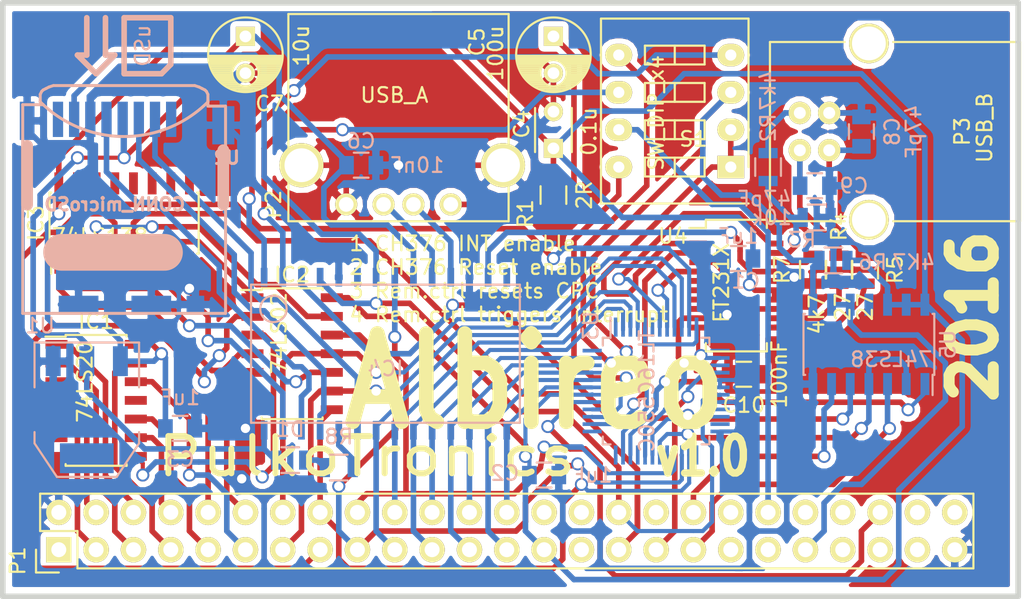
<source format=kicad_pcb>
(kicad_pcb (version 4) (host pcbnew 4.0.0-rc1-stable)
  (title_block (title Albireo) (date 2015-10-18) (company PulkoTronics) (comment 1 "Mass storage, USB and serial interface for Amstrad CPC"))
  (layers (0 Dessus signal) (31 Dessous signal) (34 B.Paste user hide) (35 F.Paste user hide) (36 B.SilkS user) (37 F.SilkS user hide) (38 B.Mask user hide) (39 F.Mask user hide) (44 Edge.Cuts user))
  (net 0 "")
  (net 1 /A0)
  (net 2 /A1)
  (net 3 /A10)
  (net 4 /A11)
  (net 5 /A12)
  (net 6 /A13)
  (net 7 /A15)
  (net 8 /A2)
  (net 9 /A3)
  (net 10 /A4)
  (net 11 /A5)
  (net 12 /A6)
  (net 13 /A7)
  (net 14 /A8)
  (net 15 /A9)
  (net 16 /D0)
  (net 17 /D1)
  (net 18 /D2)
  (net 19 /D3)
  (net 20 /D4)
  (net 21 /D5)
  (net 22 /D6)
  (net 23 /D7)
  (net 24 GND)
  (net 25 VCC)
  (net 26 "Net-(C5-Pad1)")
  (net 27 /A14)
  (net 28 //IORQ)
  (net 29 //RD)
  (net 30 //WR)
  (net 31 "Net-(IC1-Pad6)")
  (net 32 "Net-(IC1-Pad8)")
  (net 33 /CE1)
  (net 34 "Net-(IC2-Pad4)")
  (net 35 "Net-(IC2-Pad10)")
  (net 36 "Net-(IC2-Pad13)")
  (net 37 /FE80)
  (net 38 "Net-(IC4-Pad10)")
  (net 39 "Net-(IC4-Pad11)")
  (net 40 +3V3)
  (net 41 //SD_CS)
  (net 42 /SD_DI)
  (net 43 /SD_CLK)
  (net 44 /SD_DO)
  (net 45 /FEBx)
  (net 46 /12MHz)
  (net 47 "Net-(U3-Pad12)")
  (net 48 /RX)
  (net 49 /TX)
  (net 50 //RTS)
  (net 51 //CTS)
  (net 52 /24MHz)
  (net 53 //RESET)
  (net 54 /GPO2)
  (net 55 /VBUS_Sense)
  (net 56 "Net-(C8-Pad1)")
  (net 57 "Net-(C9-Pad1)")
  (net 58 "Net-(C10-Pad1)")
  (net 59 "Net-(P3-Pad1)")
  (net 60 "Net-(P3-Pad5)")
  (net 61 "Net-(R4-Pad1)")
  (net 62 "Net-(R5-Pad1)")
  (net 63 //INT)
  (net 64 //NMI)
  (net 65 /BUSRST)
  (net 66 //DCD)
  (net 67 /PRESET)
  (net 68 /INTRPT)
  (net 69 //OUT2)
  (net 70 //OUT1)
  (net 71 /RSTI)
  (net 72 /INT)
  (net 73 /CURSOR)
  (net 74 //DSR)
  (net 75 /AWAKE)
  (net 76 "Net-(IC4-Pad24)")
  (net 77 "Net-(D1-Pad1)")
  (module Connect:USB_A (layer Dessus) (at 48.26 43.815 180)
    (fp_text reference P2 (at 12.065 0 270) (layer F.SilkS))
    (fp_text value USB_A (at 3.83794 7.43458 180) (layer F.SilkS))
    (pad 4 thru_hole circle (at 7.11286 -0.00212 90) (size 1.50114 1.50114) (drill 1.00076) (layers *.Cu *.Mask F.SilkS) (net 24 GND))
    (pad 3 thru_hole circle (at 4.57286 -0.00212 90) (size 1.50114 1.50114) (drill 1.00076) (layers *.Cu *.Mask F.SilkS) (net 38 "Net-(IC4-Pad10)"))
    (pad 2 thru_hole circle (at 2.54086 -0.00212 90) (size 1.50114 1.50114) (drill 1.00076) (layers *.Cu *.Mask F.SilkS) (net 39 "Net-(IC4-Pad11)"))
    (pad 1 thru_hole circle (at 0.00086 -0.00212 90) (size 1.50114 1.50114) (drill 1.00076) (layers *.Cu *.Mask F.SilkS) (net 26 "Net-(C5-Pad1)"))
    (pad 5 thru_hole circle (at 10.16086 2.66488 90) (size 2.99974 2.99974) (drill 2.30124) (layers *.Cu *.Mask F.SilkS) (net 24 GND))
    (pad 5 thru_hole circle (at -3.55514 2.66488 90) (size 2.99974 2.99974) (drill 2.30124) (layers *.Cu *.Mask F.SilkS) (net 24 GND))
  )
  (module Capacitors_ThroughHole:C_Disc_D3_P2.5 (layer Dessus) (at 55.245 40.005 90)
    (fp_text reference C4 (at 1.651 -2.159 270) (layer F.SilkS))
    (fp_text value 0.1u (at 1.143 2.413 90) (layer F.SilkS))
    (pad 1 thru_hole rect (at 0 0 90) (size 1.3 1.3) (drill 0.8) (layers *.Cu *.Mask F.SilkS) (net 25 VCC))
    (pad 2 thru_hole circle (at 2.5 0 90) (size 1.3 1.3) (drill 0.8001) (layers *.Cu *.Mask F.SilkS) (net 24 GND))
  )
  (module Capacitors_ThroughHole:C_Radial_D5_L6_P2.5 (layer Dessus) (at 55.245 32.385 270)
    (fp_text reference C5 (at 0.381 5.207 270) (layer F.SilkS))
    (fp_text value 100u (at 1.143 3.937 270) (layer F.SilkS))
    (pad 1 thru_hole rect (at 0 0 270) (size 1.3 1.3) (drill 0.8) (layers *.Cu *.Mask F.SilkS) (net 26 "Net-(C5-Pad1)"))
    (pad 2 thru_hole circle (at 2.5 0 270) (size 1.3 1.3) (drill 0.8) (layers *.Cu *.Mask F.SilkS) (net 24 GND))
  )
  (module Capacitors_ThroughHole:C_Radial_D5_L6_P2.5 (layer Dessus) (at 34.29 32.385 270)
    (fp_text reference C7 (at 4.572 -1.651 360) (layer F.SilkS))
    (fp_text value 10u (at 0.635 -3.81 270) (layer F.SilkS))
    (pad 1 thru_hole rect (at 0 0 270) (size 1.3 1.3) (drill 0.8) (layers *.Cu *.Mask F.SilkS) (net 40 +3V3))
    (pad 2 thru_hole circle (at 2.5 0 270) (size 1.3 1.3) (drill 0.8) (layers *.Cu *.Mask F.SilkS) (net 24 GND))
  )
  (module TO_SOT_Packages_SMD:SOT-223 (layer Dessous) (at 23.495 57.785)
    (fp_text reference U1 (at -3.175 -5.715) (layer B.SilkS) (effects (justify mirror)))
    (fp_text value LD1117S33CTR)
    (pad 4 smd rect (at 0 3.302) (size 3.6576 2.032) (layers Dessous B.Paste B.Mask))
    (pad 2 smd rect (at 0 -3.302) (size 1.016 2.032) (layers Dessous B.Paste B.Mask) (net 40 +3V3))
    (pad 3 smd rect (at 2.286 -3.302) (size 1.016 2.032) (layers Dessous B.Paste B.Mask) (net 25 VCC))
    (pad 1 smd rect (at -2.286 -3.302) (size 1.016 2.032) (layers Dessous B.Paste B.Mask) (net 24 GND))
  )
  (module opendous:Memory_Card_microSD_DM3CS-SF (layer Dessous) (at 26.035 36.83)
    (fp_text reference U2 (at 6.985 3.81) (layer B.SilkS) (effects (font (size 0.8636 0.8636) (thickness 0.2032)) (justify mirror)))
    (fp_text value CONN_microSD (at -0.635 6.985) (layer B.SilkS) (effects (font (size 0.8636 0.8636) (thickness 0.2032)) (justify mirror)))
    (pad 1 smd rect (at 3.2004 1.19888) (size 0.70104 2.4003) (layers Dessous B.Paste B.Mask))
    (pad 2 smd rect (at 2.10058 1.19888) (size 0.70104 2.4003) (layers Dessous B.Paste B.Mask) (net 41 //SD_CS))
    (pad 3 smd rect (at 1.00076 1.19888) (size 0.70104 2.4003) (layers Dessous B.Paste B.Mask) (net 42 /SD_DI))
    (pad 4 smd rect (at -0.09906 1.19888) (size 0.70104 2.4003) (layers Dessous B.Paste B.Mask) (net 40 +3V3))
    (pad 5 smd rect (at -1.19888 1.19888) (size 0.70104 2.4003) (layers Dessous B.Paste B.Mask) (net 43 /SD_CLK))
    (pad 6 smd rect (at -2.30124 1.19888) (size 0.70104 2.4003) (layers Dessous B.Paste B.Mask) (net 24 GND))
    (pad 7 smd rect (at -3.40106 1.19888) (size 0.70104 2.4003) (layers Dessous B.Paste B.Mask) (net 44 /SD_DO))
    (pad 8 smd rect (at -4.50088 1.19888) (size 0.70104 2.4003) (layers Dessous B.Paste B.Mask))
    (pad 9 smd rect (at 6.74878 1.6002) (size 1.50114 2.60096) (layers Dessous B.Paste B.Mask) (net 24 GND))
    (pad 9 smd rect (at -6.59892 1.30048) (size 1.00076 2.60096) (layers Dessous B.Paste B.Mask) (net 24 GND))
    (pad 9 smd rect (at 4.84886 13.79982) (size 1.19888 1.19888) (layers Dessous B.Paste B.Mask) (net 24 GND))
    (pad 9 smd rect (at 1.84912 13.79982) (size 2.70002 1.19888) (layers Dessous B.Paste B.Mask) (net 24 GND))
    (pad 9 smd rect (at -3.0988 13.79982) (size 2.70002 1.19888) (layers Dessous B.Paste B.Mask) (net 24 GND))
  )
  (module Housings_SOIC:SOIC-14_3.9x8.7mm_Pitch1.27mm (layer Dessus) (at 24.13 57.15)
    (fp_text reference IC1 (at 0 -5.375) (layer F.SilkS))
    (fp_text value 74LS20 (at -0.762 -1.27 90) (layer F.SilkS))
    (pad 1 smd rect (at -2.7 -3.81) (size 1.5 0.6) (layers Dessus F.Paste F.Mask) (net 5 /A12))
    (pad 2 smd rect (at -2.7 -2.54) (size 1.5 0.6) (layers Dessus F.Paste F.Mask) (net 6 /A13))
    (pad 3 smd rect (at -2.7 -1.27) (size 1.5 0.6) (layers Dessus F.Paste F.Mask))
    (pad 4 smd rect (at -2.7 0) (size 1.5 0.6) (layers Dessus F.Paste F.Mask) (net 27 /A14))
    (pad 5 smd rect (at -2.7 1.27) (size 1.5 0.6) (layers Dessus F.Paste F.Mask) (net 7 /A15))
    (pad 6 smd rect (at -2.7 2.54) (size 1.5 0.6) (layers Dessus F.Paste F.Mask) (net 31 "Net-(IC1-Pad6)"))
    (pad 7 smd rect (at -2.7 3.81) (size 1.5 0.6) (layers Dessus F.Paste F.Mask) (net 24 GND))
    (pad 8 smd rect (at 2.7 3.81) (size 1.5 0.6) (layers Dessus F.Paste F.Mask) (net 32 "Net-(IC1-Pad8)"))
    (pad 9 smd rect (at 2.7 2.54) (size 1.5 0.6) (layers Dessus F.Paste F.Mask) (net 3 /A10))
    (pad 10 smd rect (at 2.7 1.27) (size 1.5 0.6) (layers Dessus F.Paste F.Mask) (net 15 /A9))
    (pad 11 smd rect (at 2.7 0) (size 1.5 0.6) (layers Dessus F.Paste F.Mask))
    (pad 12 smd rect (at 2.7 -1.27) (size 1.5 0.6) (layers Dessus F.Paste F.Mask) (net 13 /A7))
    (pad 13 smd rect (at 2.7 -2.54) (size 1.5 0.6) (layers Dessus F.Paste F.Mask) (net 4 /A11))
    (pad 14 smd rect (at 2.7 -3.81) (size 1.5 0.6) (layers Dessus F.Paste F.Mask) (net 25 VCC))
  )
  (module Housings_QFP:TQFP-48_7x7mm_Pitch0.5mm (layer Dessous) (at 62.23 56.515 270)
    (fp_text reference U3 (at -4.445 4.445 270) (layer B.SilkS) (effects (justify mirror)))
    (fp_text value TL16C550C (at 0 0.635 270) (layer B.SilkS) (effects (justify mirror)))
    (pad 1 smd rect (at -4.35 2.75 270) (size 1.3 0.25) (layers Dessous B.Paste B.Mask))
    (pad 2 smd rect (at -4.35 2.25 270) (size 1.3 0.25) (layers Dessous B.Paste B.Mask) (net 21 /D5))
    (pad 3 smd rect (at -4.35 1.75 270) (size 1.3 0.25) (layers Dessous B.Paste B.Mask) (net 22 /D6))
    (pad 4 smd rect (at -4.35 1.25 270) (size 1.3 0.25) (layers Dessous B.Paste B.Mask) (net 23 /D7))
    (pad 5 smd rect (at -4.35 0.75 270) (size 1.3 0.25) (layers Dessous B.Paste B.Mask) (net 47 "Net-(U3-Pad12)"))
    (pad 6 smd rect (at -4.35 0.25 270) (size 1.3 0.25) (layers Dessous B.Paste B.Mask))
    (pad 7 smd rect (at -4.35 -0.25 270) (size 1.3 0.25) (layers Dessous B.Paste B.Mask) (net 48 /RX))
    (pad 8 smd rect (at -4.35 -0.75 270) (size 1.3 0.25) (layers Dessous B.Paste B.Mask) (net 49 /TX))
    (pad 9 smd rect (at -4.35 -1.25 270) (size 1.3 0.25) (layers Dessous B.Paste B.Mask) (net 11 /A5))
    (pad 10 smd rect (at -4.35 -1.75 270) (size 1.3 0.25) (layers Dessous B.Paste B.Mask) (net 10 /A4))
    (pad 11 smd rect (at -4.35 -2.25 270) (size 1.3 0.25) (layers Dessous B.Paste B.Mask) (net 45 /FEBx))
    (pad 12 smd rect (at -4.35 -2.75 270) (size 1.3 0.25) (layers Dessous B.Paste B.Mask) (net 47 "Net-(U3-Pad12)"))
    (pad 13 smd rect (at -2.75 -4.35 180) (size 1.3 0.25) (layers Dessous B.Paste B.Mask))
    (pad 14 smd rect (at -2.25 -4.35 180) (size 1.3 0.25) (layers Dessous B.Paste B.Mask) (net 52 /24MHz))
    (pad 15 smd rect (at -1.75 -4.35 180) (size 1.3 0.25) (layers Dessous B.Paste B.Mask))
    (pad 16 smd rect (at -1.25 -4.35 180) (size 1.3 0.25) (layers Dessous B.Paste B.Mask) (net 30 //WR))
    (pad 17 smd rect (at -0.75 -4.35 180) (size 1.3 0.25) (layers Dessous B.Paste B.Mask) (net 24 GND))
    (pad 18 smd rect (at -0.25 -4.35 180) (size 1.3 0.25) (layers Dessous B.Paste B.Mask) (net 24 GND))
    (pad 19 smd rect (at 0.25 -4.35 180) (size 1.3 0.25) (layers Dessous B.Paste B.Mask) (net 29 //RD))
    (pad 20 smd rect (at 0.75 -4.35 180) (size 1.3 0.25) (layers Dessous B.Paste B.Mask) (net 24 GND))
    (pad 21 smd rect (at 1.25 -4.35 180) (size 1.3 0.25) (layers Dessous B.Paste B.Mask))
    (pad 22 smd rect (at 1.75 -4.35 180) (size 1.3 0.25) (layers Dessous B.Paste B.Mask))
    (pad 23 smd rect (at 2.25 -4.35 180) (size 1.3 0.25) (layers Dessous B.Paste B.Mask))
    (pad 24 smd rect (at 2.75 -4.35 180) (size 1.3 0.25) (layers Dessous B.Paste B.Mask) (net 24 GND))
    (pad 25 smd rect (at 4.35 -2.75 270) (size 1.3 0.25) (layers Dessous B.Paste B.Mask))
    (pad 26 smd rect (at 4.35 -2.25 270) (size 1.3 0.25) (layers Dessous B.Paste B.Mask) (net 8 /A2))
    (pad 27 smd rect (at 4.35 -1.75 270) (size 1.3 0.25) (layers Dessous B.Paste B.Mask) (net 2 /A1))
    (pad 28 smd rect (at 4.35 -1.25 270) (size 1.3 0.25) (layers Dessous B.Paste B.Mask) (net 1 /A0))
    (pad 29 smd rect (at 4.35 -0.75 270) (size 1.3 0.25) (layers Dessous B.Paste B.Mask))
    (pad 30 smd rect (at 4.35 -0.25 270) (size 1.3 0.25) (layers Dessous B.Paste B.Mask) (net 68 /INTRPT))
    (pad 31 smd rect (at 4.35 0.25 270) (size 1.3 0.25) (layers Dessous B.Paste B.Mask) (net 69 //OUT2))
    (pad 32 smd rect (at 4.35 0.75 270) (size 1.3 0.25) (layers Dessous B.Paste B.Mask) (net 50 //RTS))
    (pad 33 smd rect (at 4.35 1.25 270) (size 1.3 0.25) (layers Dessous B.Paste B.Mask))
    (pad 34 smd rect (at 4.35 1.75 270) (size 1.3 0.25) (layers Dessous B.Paste B.Mask) (net 70 //OUT1))
    (pad 35 smd rect (at 4.35 2.25 270) (size 1.3 0.25) (layers Dessous B.Paste B.Mask) (net 67 /PRESET))
    (pad 36 smd rect (at 4.35 2.75 270) (size 1.3 0.25) (layers Dessous B.Paste B.Mask))
    (pad 37 smd rect (at 2.75 4.35 180) (size 1.3 0.25) (layers Dessous B.Paste B.Mask))
    (pad 38 smd rect (at 2.25 4.35 180) (size 1.3 0.25) (layers Dessous B.Paste B.Mask) (net 51 //CTS))
    (pad 39 smd rect (at 1.75 4.35 180) (size 1.3 0.25) (layers Dessous B.Paste B.Mask) (net 74 //DSR))
    (pad 40 smd rect (at 1.25 4.35 180) (size 1.3 0.25) (layers Dessous B.Paste B.Mask) (net 66 //DCD))
    (pad 41 smd rect (at 0.75 4.35 180) (size 1.3 0.25) (layers Dessous B.Paste B.Mask) (net 73 /CURSOR))
    (pad 42 smd rect (at 0.25 4.35 180) (size 1.3 0.25) (layers Dessous B.Paste B.Mask) (net 25 VCC))
    (pad 43 smd rect (at -0.25 4.35 180) (size 1.3 0.25) (layers Dessous B.Paste B.Mask) (net 16 /D0))
    (pad 44 smd rect (at -0.75 4.35 180) (size 1.3 0.25) (layers Dessous B.Paste B.Mask) (net 17 /D1))
    (pad 45 smd rect (at -1.25 4.35 180) (size 1.3 0.25) (layers Dessous B.Paste B.Mask) (net 18 /D2))
    (pad 46 smd rect (at -1.75 4.35 180) (size 1.3 0.25) (layers Dessous B.Paste B.Mask) (net 19 /D3))
    (pad 47 smd rect (at -2.25 4.35 180) (size 1.3 0.25) (layers Dessous B.Paste B.Mask) (net 20 /D4))
    (pad 48 smd rect (at -2.75 4.35 180) (size 1.3 0.25) (layers Dessous B.Paste B.Mask))
  )
  (module Housings_SOIC:SOIC-14_3.9x8.7mm_Pitch1.27mm (layer Dessus) (at 37.465 53.975)
    (fp_text reference IC2 (at 0 -5.375) (layer F.SilkS))
    (fp_text value 74LS02 (at -0.889 -1.397 90) (layer F.SilkS))
    (pad 1 smd rect (at -2.7 -3.81) (size 1.5 0.6) (layers Dessus F.Paste F.Mask) (net 33 /CE1))
    (pad 2 smd rect (at -2.7 -2.54) (size 1.5 0.6) (layers Dessus F.Paste F.Mask) (net 31 "Net-(IC1-Pad6)"))
    (pad 3 smd rect (at -2.7 -1.27) (size 1.5 0.6) (layers Dessus F.Paste F.Mask) (net 32 "Net-(IC1-Pad8)"))
    (pad 4 smd rect (at -2.7 0) (size 1.5 0.6) (layers Dessus F.Paste F.Mask) (net 34 "Net-(IC2-Pad4)"))
    (pad 5 smd rect (at -2.7 1.27) (size 1.5 0.6) (layers Dessus F.Paste F.Mask) (net 14 /A8))
    (pad 6 smd rect (at -2.7 2.54) (size 1.5 0.6) (layers Dessus F.Paste F.Mask) (net 12 /A6))
    (pad 7 smd rect (at -2.7 3.81) (size 1.5 0.6) (layers Dessus F.Paste F.Mask) (net 24 GND))
    (pad 8 smd rect (at 2.7 3.81) (size 1.5 0.6) (layers Dessus F.Paste F.Mask) (net 8 /A2))
    (pad 9 smd rect (at 2.7 2.54) (size 1.5 0.6) (layers Dessus F.Paste F.Mask) (net 11 /A5))
    (pad 10 smd rect (at 2.7 1.27) (size 1.5 0.6) (layers Dessus F.Paste F.Mask) (net 35 "Net-(IC2-Pad10)"))
    (pad 11 smd rect (at 2.7 0) (size 1.5 0.6) (layers Dessus F.Paste F.Mask) (net 10 /A4))
    (pad 12 smd rect (at 2.7 -1.27) (size 1.5 0.6) (layers Dessus F.Paste F.Mask) (net 2 /A1))
    (pad 13 smd rect (at 2.7 -2.54) (size 1.5 0.6) (layers Dessus F.Paste F.Mask) (net 36 "Net-(IC2-Pad13)"))
    (pad 14 smd rect (at 2.7 -3.81) (size 1.5 0.6) (layers Dessus F.Paste F.Mask) (net 25 VCC))
  )
  (module Housings_SOIC:SOIC-16_3.9x9.9mm_Pitch1.27mm (layer Dessus) (at 26.035 45.085 90)
    (fp_text reference IC3 (at 0 -6 90) (layer F.SilkS))
    (fp_text value 74LS138 (at -0.889 -1.651 180) (layer F.SilkS))
    (pad 1 smd rect (at -2.7 -4.445 90) (size 1.5 0.6) (layers Dessus F.Paste F.Mask) (net 34 "Net-(IC2-Pad4)"))
    (pad 2 smd rect (at -2.7 -3.175 90) (size 1.5 0.6) (layers Dessus F.Paste F.Mask) (net 35 "Net-(IC2-Pad10)"))
    (pad 3 smd rect (at -2.7 -1.905 90) (size 1.5 0.6) (layers Dessus F.Paste F.Mask) (net 36 "Net-(IC2-Pad13)"))
    (pad 4 smd rect (at -2.7 -0.635 90) (size 1.5 0.6) (layers Dessus F.Paste F.Mask) (net 9 /A3))
    (pad 5 smd rect (at -2.7 0.635 90) (size 1.5 0.6) (layers Dessus F.Paste F.Mask) (net 28 //IORQ))
    (pad 6 smd rect (at -2.7 1.905 90) (size 1.5 0.6) (layers Dessus F.Paste F.Mask) (net 33 /CE1))
    (pad 7 smd rect (at -2.7 3.175 90) (size 1.5 0.6) (layers Dessus F.Paste F.Mask) (net 37 /FE80))
    (pad 8 smd rect (at -2.7 4.445 90) (size 1.5 0.6) (layers Dessus F.Paste F.Mask) (net 24 GND))
    (pad 9 smd rect (at 2.7 4.445 90) (size 1.5 0.6) (layers Dessus F.Paste F.Mask))
    (pad 10 smd rect (at 2.7 3.175 90) (size 1.5 0.6) (layers Dessus F.Paste F.Mask))
    (pad 11 smd rect (at 2.7 1.905 90) (size 1.5 0.6) (layers Dessus F.Paste F.Mask))
    (pad 12 smd rect (at 2.7 0.635 90) (size 1.5 0.6) (layers Dessus F.Paste F.Mask))
    (pad 13 smd rect (at 2.7 -0.635 90) (size 1.5 0.6) (layers Dessus F.Paste F.Mask))
    (pad 14 smd rect (at 2.7 -1.905 90) (size 1.5 0.6) (layers Dessus F.Paste F.Mask) (net 45 /FEBx))
    (pad 15 smd rect (at 2.7 -3.175 90) (size 1.5 0.6) (layers Dessus F.Paste F.Mask))
    (pad 16 smd rect (at 2.7 -4.445 90) (size 1.5 0.6) (layers Dessus F.Paste F.Mask) (net 25 VCC))
  )
  (module Capacitors_SMD:C_0805 (layer Dessous) (at 76.2 38.862 90)
    (fp_text reference C8 (at 0 2.1 90) (layer B.SilkS) (effects (justify mirror)))
    (fp_text value 47pF (at 0 3.556 90) (layer B.SilkS) (effects (justify mirror)))
    (pad 1 smd rect (at -1 0 90) (size 1 1.25) (layers Dessous B.Paste B.Mask) (net 56 "Net-(C8-Pad1)"))
    (pad 2 smd rect (at 1 0 90) (size 1 1.25) (layers Dessous B.Paste B.Mask) (net 24 GND))
  )
  (module Capacitors_SMD:C_0805 (layer Dessous) (at 73.025 42.545)
    (fp_text reference C9 (at 2.667 0) (layer B.SilkS) (effects (justify mirror)))
    (fp_text value 47pF (at -3.429 0.889) (layer B.SilkS) (effects (justify mirror)))
    (pad 1 smd rect (at -1 0) (size 1 1.25) (layers Dessous B.Paste B.Mask) (net 57 "Net-(C9-Pad1)"))
    (pad 2 smd rect (at 1 0) (size 1 1.25) (layers Dessous B.Paste B.Mask) (net 24 GND))
  )
  (module Connect:USB_B (layer Dessus) (at 72.009 37.592)
    (fp_text reference P3 (at 11.049 1.27 90) (layer F.SilkS))
    (fp_text value USB_B (at 12.573 1.016 90) (layer F.SilkS))
    (pad 2 thru_hole circle (at 0 2.54 270) (size 1.524 1.524) (drill 0.8128) (layers *.Cu *.Mask F.SilkS) (net 57 "Net-(C9-Pad1)"))
    (pad 1 thru_hole circle (at 0 0 270) (size 1.524 1.524) (drill 0.8128) (layers *.Cu *.Mask F.SilkS) (net 59 "Net-(P3-Pad1)"))
    (pad 4 thru_hole circle (at 1.99898 0 270) (size 1.524 1.524) (drill 0.8128) (layers *.Cu *.Mask F.SilkS) (net 24 GND))
    (pad 3 thru_hole circle (at 1.99898 2.54 270) (size 1.524 1.524) (drill 0.8128) (layers *.Cu *.Mask F.SilkS) (net 56 "Net-(C8-Pad1)"))
    (pad 5 thru_hole circle (at 4.699 7.26948 270) (size 2.70002 2.70002) (drill 2.30124) (layers *.Cu *.Mask F.SilkS) (net 60 "Net-(P3-Pad5)"))
    (pad 5 thru_hole circle (at 4.699 -4.72948 270) (size 2.70002 2.70002) (drill 2.30124) (layers *.Cu *.Mask F.SilkS) (net 60 "Net-(P3-Pad5)"))
  )
  (module Resistors_SMD:R_0805 (layer Dessus) (at 55.245 43.18 90)
    (fp_text reference R1 (at -1.27 -1.905 90) (layer F.SilkS))
    (fp_text value 2R (at 0 2.1 90) (layer F.SilkS))
    (pad 1 smd rect (at -0.95 0 90) (size 0.7 1.3) (layers Dessus F.Paste F.Mask) (net 26 "Net-(C5-Pad1)"))
    (pad 2 smd rect (at 0.95 0 90) (size 0.7 1.3) (layers Dessus F.Paste F.Mask) (net 25 VCC))
  )
  (module Resistors_SMD:R_0805 (layer Dessous) (at 69.85 41.275 270)
    (fp_text reference R2 (at -2.667 0 270) (layer B.SilkS) (effects (justify mirror)))
    (fp_text value 4k7 (at -5.207 0 270) (layer B.SilkS) (effects (justify mirror)))
    (pad 1 smd rect (at -0.95 0 270) (size 0.7 1.3) (layers Dessous B.Paste B.Mask) (net 59 "Net-(P3-Pad1)"))
    (pad 2 smd rect (at 0.95 0 270) (size 0.7 1.3) (layers Dessous B.Paste B.Mask) (net 55 /VBUS_Sense))
  )
  (module Resistors_SMD:R_0805 (layer Dessous) (at 73.152 44.704)
    (fp_text reference R3 (at -1.016 1.524) (layer B.SilkS) (effects (justify mirror)))
    (fp_text value 10k (at -3.048 0) (layer B.SilkS) (effects (justify mirror)))
    (pad 1 smd rect (at -0.95 0) (size 0.7 1.3) (layers Dessous B.Paste B.Mask) (net 55 /VBUS_Sense))
    (pad 2 smd rect (at 0.95 0) (size 0.7 1.3) (layers Dessous B.Paste B.Mask) (net 24 GND))
  )
  (module Resistors_SMD:R_0805 (layer Dessus) (at 74.676 48.26 90)
    (fp_text reference R4 (at 2.921 0 90) (layer F.SilkS))
    (fp_text value 27 (at -2.54 0.254 90) (layer F.SilkS))
    (pad 1 smd rect (at -0.95 0 90) (size 0.7 1.3) (layers Dessus F.Paste F.Mask) (net 61 "Net-(R4-Pad1)"))
    (pad 2 smd rect (at 0.95 0 90) (size 0.7 1.3) (layers Dessus F.Paste F.Mask) (net 57 "Net-(C9-Pad1)"))
  )
  (module Resistors_SMD:R_0805 (layer Dessus) (at 76.454 48.26 90)
    (fp_text reference R5 (at 0 2.032 90) (layer F.SilkS))
    (fp_text value 27 (at -2.54 0 90) (layer F.SilkS))
    (pad 1 smd rect (at -0.95 0 90) (size 0.7 1.3) (layers Dessus F.Paste F.Mask) (net 62 "Net-(R5-Pad1)"))
    (pad 2 smd rect (at 0.95 0 90) (size 0.7 1.3) (layers Dessus F.Paste F.Mask) (net 56 "Net-(C8-Pad1)"))
  )
  (module Capacitors_SMD:C_0805 (layer Dessous) (at 67.818 47.498 180)
    (fp_text reference C1 (at -0.508 -1.524 180) (layer B.SilkS) (effects (justify mirror)))
    (fp_text value 1uF (at 0 1.524 180) (layer B.SilkS) (effects (justify mirror)))
    (pad 1 smd rect (at -1 0 180) (size 1 1.25) (layers Dessous B.Paste B.Mask) (net 25 VCC))
    (pad 2 smd rect (at 1 0 180) (size 1 1.25) (layers Dessous B.Paste B.Mask) (net 24 GND))
  )
  (module Capacitors_SMD:C_0805 (layer Dessous) (at 54.61 62.23)
    (fp_text reference C2 (at -2.667 -0.127) (layer B.SilkS) (effects (justify mirror)))
    (fp_text value 1uF (at 3.302 0) (layer B.SilkS) (effects (justify mirror)))
    (pad 1 smd rect (at -1 0) (size 1 1.25) (layers Dessous B.Paste B.Mask) (net 25 VCC))
    (pad 2 smd rect (at 1 0) (size 1 1.25) (layers Dessous B.Paste B.Mask) (net 24 GND))
  )
  (module Capacitors_SMD:C_0805 (layer Dessus) (at 68.199 55.372 180)
    (fp_text reference C10 (at 0 -2.1 180) (layer F.SilkS))
    (fp_text value 100nF (at -2.413 0 270) (layer F.SilkS))
    (pad 1 smd rect (at -1 0 180) (size 1 1.25) (layers Dessus F.Paste F.Mask) (net 58 "Net-(C10-Pad1)"))
    (pad 2 smd rect (at 1 0 180) (size 1 1.25) (layers Dessus F.Paste F.Mask) (net 24 GND))
  )
  (module Housings_SOIC:SOIC-14_3.9x8.7mm_Pitch1.27mm (layer Dessous) (at 76.708 53.34 90)
    (fp_text reference U5 (at 0 5.375 90) (layer B.SilkS) (effects (justify mirror)))
    (fp_text value 74LS38 (at -1.016 1.524 180) (layer B.SilkS) (effects (justify mirror)))
    (pad 1 smd rect (at -2.7 3.81 90) (size 1.5 0.6) (layers Dessous B.Paste B.Mask) (net 70 //OUT1))
    (pad 2 smd rect (at -2.7 2.54 90) (size 1.5 0.6) (layers Dessous B.Paste B.Mask) (net 68 /INTRPT))
    (pad 3 smd rect (at -2.7 1.27 90) (size 1.5 0.6) (layers Dessous B.Paste B.Mask) (net 63 //INT))
    (pad 4 smd rect (at -2.7 0 90) (size 1.5 0.6) (layers Dessous B.Paste B.Mask) (net 68 /INTRPT))
    (pad 5 smd rect (at -2.7 -1.27 90) (size 1.5 0.6) (layers Dessous B.Paste B.Mask) (net 69 //OUT2))
    (pad 6 smd rect (at -2.7 -2.54 90) (size 1.5 0.6) (layers Dessous B.Paste B.Mask) (net 64 //NMI))
    (pad 7 smd rect (at -2.7 -3.81 90) (size 1.5 0.6) (layers Dessous B.Paste B.Mask) (net 24 GND))
    (pad 8 smd rect (at 2.7 -3.81 90) (size 1.5 0.6) (layers Dessous B.Paste B.Mask) (net 67 /PRESET))
    (pad 9 smd rect (at 2.7 -2.54 90) (size 1.5 0.6) (layers Dessous B.Paste B.Mask) (net 53 //RESET))
    (pad 10 smd rect (at 2.7 -1.27 90) (size 1.5 0.6) (layers Dessous B.Paste B.Mask) (net 53 //RESET))
    (pad 11 smd rect (at 2.7 0 90) (size 1.5 0.6) (layers Dessous B.Paste B.Mask))
    (pad 12 smd rect (at 2.7 1.27 90) (size 1.5 0.6) (layers Dessous B.Paste B.Mask) (net 25 VCC))
    (pad 13 smd rect (at 2.7 2.54 90) (size 1.5 0.6) (layers Dessous B.Paste B.Mask) (net 25 VCC))
    (pad 14 smd rect (at 2.7 3.81 90) (size 1.5 0.6) (layers Dessous B.Paste B.Mask) (net 25 VCC))
  )
  (module Capacitors_SMD:C_0805 (layer Dessous) (at 42.164 41.148)
    (fp_text reference C6 (at 0 -1.651) (layer B.SilkS) (effects (justify mirror)))
    (fp_text value 10nF (at 3.81 0) (layer B.SilkS) (effects (justify mirror)))
    (pad 1 smd rect (at -1 0) (size 1 1.25) (layers Dessous B.Paste B.Mask) (net 40 +3V3))
    (pad 2 smd rect (at 1 0) (size 1 1.25) (layers Dessous B.Paste B.Mask) (net 24 GND))
  )
  (module Resistors_SMD:R_0805 (layer Dessous) (at 74.295 47.625 180)
    (fp_text reference R6 (at -2.667 -0.127 180) (layer B.SilkS) (effects (justify mirror)))
    (fp_text value 4K7 (at -5.461 -0.127 180) (layer B.SilkS) (effects (justify mirror)))
    (pad 1 smd rect (at -0.95 0 180) (size 0.7 1.3) (layers Dessous B.Paste B.Mask) (net 25 VCC))
    (pad 2 smd rect (at 0.95 0 180) (size 0.7 1.3) (layers Dessous B.Paste B.Mask) (net 67 /PRESET))
  )
  (module Buttons_Switches_ThroughHole:SW_DIP_x4_Slide (layer Dessus) (at 67.31 41.275 90)
    (fp_text reference S1 (at 1.905 -2.54 180) (layer F.SilkS))
    (fp_text value SW_DIP_x4 (at 3.683 -5.08 90) (layer F.SilkS))
    (pad 1 thru_hole rect (at 0 0 90) (size 1.524 1.824) (drill 0.762) (layers *.Cu *.Mask F.SilkS) (net 54 /GPO2))
    (pad 8 thru_hole oval (at 0 -7.62 90) (size 1.524 1.824) (drill 0.762) (layers *.Cu *.Mask F.SilkS) (net 74 //DSR))
    (pad 2 thru_hole oval (at 2.54 0 90) (size 1.524 1.824) (drill 0.762) (layers *.Cu *.Mask F.SilkS) (net 54 /GPO2))
    (pad 7 thru_hole oval (at 2.54 -7.62 90) (size 1.524 1.824) (drill 0.762) (layers *.Cu *.Mask F.SilkS) (net 65 /BUSRST))
    (pad 3 thru_hole oval (at 5.08 0 90) (size 1.524 1.824) (drill 0.762) (layers *.Cu *.Mask F.SilkS) (net 67 /PRESET))
    (pad 6 thru_hole oval (at 5.08 -7.62 90) (size 1.524 1.824) (drill 0.762) (layers *.Cu *.Mask F.SilkS) (net 71 /RSTI))
    (pad 4 thru_hole oval (at 7.62 0 90) (size 1.524 1.824) (drill 0.762) (layers *.Cu *.Mask F.SilkS) (net 72 /INT))
    (pad 5 thru_hole oval (at 7.62 -7.62 90) (size 1.524 1.824) (drill 0.762) (layers *.Cu *.Mask F.SilkS) (net 66 //DCD))
  )
  (module Pin_Headers:Pin_Header_Straight_2x25 (layer Dessus) (at 21.59 67.31 90)
    (fp_text reference P1 (at -0.762 -2.794 90) (layer F.SilkS))
    (fp_text value CONN_25X2)
    (pad 1 thru_hole rect (at 0 0 90) (size 1.7272 1.7272) (drill 1.016) (layers *.Cu *.Mask F.SilkS))
    (pad 2 thru_hole oval (at 2.54 0 90) (size 1.7272 1.7272) (drill 1.016) (layers *.Cu *.Mask F.SilkS) (net 24 GND))
    (pad 3 thru_hole oval (at 0 2.54 90) (size 1.7272 1.7272) (drill 1.016) (layers *.Cu *.Mask F.SilkS) (net 7 /A15))
    (pad 4 thru_hole oval (at 2.54 2.54 90) (size 1.7272 1.7272) (drill 1.016) (layers *.Cu *.Mask F.SilkS) (net 27 /A14))
    (pad 5 thru_hole oval (at 0 5.08 90) (size 1.7272 1.7272) (drill 1.016) (layers *.Cu *.Mask F.SilkS) (net 6 /A13))
    (pad 6 thru_hole oval (at 2.54 5.08 90) (size 1.7272 1.7272) (drill 1.016) (layers *.Cu *.Mask F.SilkS) (net 5 /A12))
    (pad 7 thru_hole oval (at 0 7.62 90) (size 1.7272 1.7272) (drill 1.016) (layers *.Cu *.Mask F.SilkS) (net 4 /A11))
    (pad 8 thru_hole oval (at 2.54 7.62 90) (size 1.7272 1.7272) (drill 1.016) (layers *.Cu *.Mask F.SilkS) (net 3 /A10))
    (pad 9 thru_hole oval (at 0 10.16 90) (size 1.7272 1.7272) (drill 1.016) (layers *.Cu *.Mask F.SilkS) (net 15 /A9))
    (pad 10 thru_hole oval (at 2.54 10.16 90) (size 1.7272 1.7272) (drill 1.016) (layers *.Cu *.Mask F.SilkS) (net 14 /A8))
    (pad 11 thru_hole oval (at 0 12.7 90) (size 1.7272 1.7272) (drill 1.016) (layers *.Cu *.Mask F.SilkS) (net 13 /A7))
    (pad 12 thru_hole oval (at 2.54 12.7 90) (size 1.7272 1.7272) (drill 1.016) (layers *.Cu *.Mask F.SilkS) (net 12 /A6))
    (pad 13 thru_hole oval (at 0 15.24 90) (size 1.7272 1.7272) (drill 1.016) (layers *.Cu *.Mask F.SilkS) (net 11 /A5))
    (pad 14 thru_hole oval (at 2.54 15.24 90) (size 1.7272 1.7272) (drill 1.016) (layers *.Cu *.Mask F.SilkS) (net 10 /A4))
    (pad 15 thru_hole oval (at 0 17.78 90) (size 1.7272 1.7272) (drill 1.016) (layers *.Cu *.Mask F.SilkS) (net 9 /A3))
    (pad 16 thru_hole oval (at 2.54 17.78 90) (size 1.7272 1.7272) (drill 1.016) (layers *.Cu *.Mask F.SilkS) (net 8 /A2))
    (pad 17 thru_hole oval (at 0 20.32 90) (size 1.7272 1.7272) (drill 1.016) (layers *.Cu *.Mask F.SilkS) (net 2 /A1))
    (pad 18 thru_hole oval (at 2.54 20.32 90) (size 1.7272 1.7272) (drill 1.016) (layers *.Cu *.Mask F.SilkS) (net 1 /A0))
    (pad 19 thru_hole oval (at 0 22.86 90) (size 1.7272 1.7272) (drill 1.016) (layers *.Cu *.Mask F.SilkS) (net 23 /D7))
    (pad 20 thru_hole oval (at 2.54 22.86 90) (size 1.7272 1.7272) (drill 1.016) (layers *.Cu *.Mask F.SilkS) (net 22 /D6))
    (pad 21 thru_hole oval (at 0 25.4 90) (size 1.7272 1.7272) (drill 1.016) (layers *.Cu *.Mask F.SilkS) (net 21 /D5))
    (pad 22 thru_hole oval (at 2.54 25.4 90) (size 1.7272 1.7272) (drill 1.016) (layers *.Cu *.Mask F.SilkS) (net 20 /D4))
    (pad 23 thru_hole oval (at 0 27.94 90) (size 1.7272 1.7272) (drill 1.016) (layers *.Cu *.Mask F.SilkS) (net 19 /D3))
    (pad 24 thru_hole oval (at 2.54 27.94 90) (size 1.7272 1.7272) (drill 1.016) (layers *.Cu *.Mask F.SilkS) (net 18 /D2))
    (pad 25 thru_hole oval (at 0 30.48 90) (size 1.7272 1.7272) (drill 1.016) (layers *.Cu *.Mask F.SilkS) (net 17 /D1))
    (pad 26 thru_hole oval (at 2.54 30.48 90) (size 1.7272 1.7272) (drill 1.016) (layers *.Cu *.Mask F.SilkS) (net 16 /D0))
    (pad 27 thru_hole oval (at 0 33.02 90) (size 1.7272 1.7272) (drill 1.016) (layers *.Cu *.Mask F.SilkS) (net 25 VCC))
    (pad 28 thru_hole oval (at 2.54 33.02 90) (size 1.7272 1.7272) (drill 1.016) (layers *.Cu *.Mask F.SilkS))
    (pad 29 thru_hole oval (at 0 35.56 90) (size 1.7272 1.7272) (drill 1.016) (layers *.Cu *.Mask F.SilkS))
    (pad 30 thru_hole oval (at 2.54 35.56 90) (size 1.7272 1.7272) (drill 1.016) (layers *.Cu *.Mask F.SilkS))
    (pad 31 thru_hole oval (at 0 38.1 90) (size 1.7272 1.7272) (drill 1.016) (layers *.Cu *.Mask F.SilkS) (net 28 //IORQ))
    (pad 32 thru_hole oval (at 2.54 38.1 90) (size 1.7272 1.7272) (drill 1.016) (layers *.Cu *.Mask F.SilkS) (net 29 //RD))
    (pad 33 thru_hole oval (at 0 40.64 90) (size 1.7272 1.7272) (drill 1.016) (layers *.Cu *.Mask F.SilkS) (net 30 //WR))
    (pad 34 thru_hole oval (at 2.54 40.64 90) (size 1.7272 1.7272) (drill 1.016) (layers *.Cu *.Mask F.SilkS))
    (pad 35 thru_hole oval (at 0 43.18 90) (size 1.7272 1.7272) (drill 1.016) (layers *.Cu *.Mask F.SilkS) (net 63 //INT))
    (pad 36 thru_hole oval (at 2.54 43.18 90) (size 1.7272 1.7272) (drill 1.016) (layers *.Cu *.Mask F.SilkS) (net 64 //NMI))
    (pad 37 thru_hole oval (at 0 45.72 90) (size 1.7272 1.7272) (drill 1.016) (layers *.Cu *.Mask F.SilkS))
    (pad 38 thru_hole oval (at 2.54 45.72 90) (size 1.7272 1.7272) (drill 1.016) (layers *.Cu *.Mask F.SilkS))
    (pad 39 thru_hole oval (at 0 48.26 90) (size 1.7272 1.7272) (drill 1.016) (layers *.Cu *.Mask F.SilkS))
    (pad 40 thru_hole oval (at 2.54 48.26 90) (size 1.7272 1.7272) (drill 1.016) (layers *.Cu *.Mask F.SilkS) (net 65 /BUSRST))
    (pad 41 thru_hole oval (at 0 50.8 90) (size 1.7272 1.7272) (drill 1.016) (layers *.Cu *.Mask F.SilkS) (net 53 //RESET))
    (pad 42 thru_hole oval (at 2.54 50.8 90) (size 1.7272 1.7272) (drill 1.016) (layers *.Cu *.Mask F.SilkS))
    (pad 43 thru_hole oval (at 0 53.34 90) (size 1.7272 1.7272) (drill 1.016) (layers *.Cu *.Mask F.SilkS))
    (pad 44 thru_hole oval (at 2.54 53.34 90) (size 1.7272 1.7272) (drill 1.016) (layers *.Cu *.Mask F.SilkS))
    (pad 45 thru_hole oval (at 0 55.88 90) (size 1.7272 1.7272) (drill 1.016) (layers *.Cu *.Mask F.SilkS))
    (pad 46 thru_hole oval (at 2.54 55.88 90) (size 1.7272 1.7272) (drill 1.016) (layers *.Cu *.Mask F.SilkS) (net 73 /CURSOR))
    (pad 47 thru_hole oval (at 0 58.42 90) (size 1.7272 1.7272) (drill 1.016) (layers *.Cu *.Mask F.SilkS))
    (pad 48 thru_hole oval (at 2.54 58.42 90) (size 1.7272 1.7272) (drill 1.016) (layers *.Cu *.Mask F.SilkS))
    (pad 49 thru_hole oval (at 0 60.96 90) (size 1.7272 1.7272) (drill 1.016) (layers *.Cu *.Mask F.SilkS) (net 24 GND))
    (pad 50 thru_hole oval (at 2.54 60.96 90) (size 1.7272 1.7272) (drill 1.016) (layers *.Cu *.Mask F.SilkS))
  )
  (module ch376:SSOP-24_3.9x8.7mm_Pitch0.635mm (layer Dessus) (at 67.691 49.2125)
    (fp_text reference U4 (at -4.318 -3.2385) (layer F.SilkS))
    (fp_text value FT231X (at -1.016 -0.0635 90) (layer F.SilkS))
    (pad 1 smd rect (at -2.6 -2.7305) (size 1.2 0.4) (layers Dessus F.Paste F.Mask) (net 54 /GPO2))
    (pad 2 smd rect (at -2.6 -2.0955) (size 1.2 0.4) (layers Dessus F.Paste F.Mask) (net 51 //CTS))
    (pad 3 smd rect (at -2.6 -1.4605) (size 1.2 0.4) (layers Dessus F.Paste F.Mask) (net 58 "Net-(C10-Pad1)"))
    (pad 4 smd rect (at -2.6 -0.8255) (size 1.2 0.4) (layers Dessus F.Paste F.Mask) (net 49 /TX))
    (pad 5 smd rect (at -2.6 -0.1905) (size 1.2 0.4) (layers Dessus F.Paste F.Mask))
    (pad 6 smd rect (at -2.6 0.4445) (size 1.2 0.4) (layers Dessus F.Paste F.Mask) (net 24 GND))
    (pad 7 smd rect (at -2.6 1.0795) (size 1.2 0.4) (layers Dessus F.Paste F.Mask))
    (pad 8 smd rect (at -2.6 1.7145) (size 1.2 0.4) (layers Dessus F.Paste F.Mask))
    (pad 9 smd rect (at -2.6 2.3495) (size 1.2 0.4) (layers Dessus F.Paste F.Mask) (net 50 //RTS))
    (pad 10 smd rect (at -2.6 2.9845) (size 1.2 0.4) (layers Dessus F.Paste F.Mask) (net 52 /24MHz))
    (pad 11 smd rect (at 2.6035 2.9845) (size 1.2 0.4) (layers Dessus F.Paste F.Mask) (net 62 "Net-(R5-Pad1)"))
    (pad 12 smd rect (at 2.6035 2.3495) (size 1.2 0.4) (layers Dessus F.Paste F.Mask) (net 61 "Net-(R4-Pad1)"))
    (pad 13 smd rect (at 2.6 1.7145) (size 1.2 0.4) (layers Dessus F.Paste F.Mask) (net 58 "Net-(C10-Pad1)"))
    (pad 14 smd rect (at 2.6 1.0795) (size 1.2 0.4) (layers Dessus F.Paste F.Mask) (net 25 VCC))
    (pad 15 smd rect (at 2.6 0.4445) (size 1.2 0.4) (layers Dessus F.Paste F.Mask) (net 25 VCC))
    (pad 16 smd rect (at 2.6 -0.1905) (size 1.2 0.4) (layers Dessus F.Paste F.Mask) (net 24 GND))
    (pad 17 smd rect (at 2.6 -0.8255) (size 1.2 0.4) (layers Dessus F.Paste F.Mask) (net 46 /12MHz))
    (pad 18 smd rect (at 2.6 -1.4605) (size 1.2 0.4) (layers Dessus F.Paste F.Mask) (net 75 /AWAKE))
    (pad 19 smd rect (at 2.6 -2.0955) (size 1.2 0.4) (layers Dessus F.Paste F.Mask) (net 55 /VBUS_Sense))
    (pad 20 smd rect (at 2.6 -2.7305) (size 1.2 0.4) (layers Dessus F.Paste F.Mask) (net 48 /RX))
  )
  (module Capacitors_SMD:C_0805 (layer Dessous) (at 29.845 59.055)
    (fp_text reference C3 (at 0 2.1) (layer B.SilkS) (effects (justify mirror)))
    (fp_text value 1uF (at 0 -2.1) (layer B.SilkS) (effects (justify mirror)))
    (pad 1 smd rect (at -1 0) (size 1 1.25) (layers Dessous B.Paste B.Mask) (net 25 VCC))
    (pad 2 smd rect (at 1 0) (size 1 1.25) (layers Dessous B.Paste B.Mask) (net 24 GND))
  )
  (module Resistors_SMD:R_0805 (layer Dessus) (at 72.898 48.26 90)
    (fp_text reference R7 (at 0 -2.1 90) (layer F.SilkS))
    (fp_text value 4k7 (at -3.048 0.254 90) (layer F.SilkS))
    (pad 1 smd rect (at -0.95 0 90) (size 0.7 1.3) (layers Dessus F.Paste F.Mask) (net 24 GND))
    (pad 2 smd rect (at 0.95 0 90) (size 0.7 1.3) (layers Dessus F.Paste F.Mask) (net 75 /AWAKE))
  )
  (module ch376:CH376_SOJ28 (layer Dessous) (at 43.815 53.975)
    (fp_text reference IC4 (at 0 1.016) (layer B.SilkS) (effects (justify mirror)))
    (fp_text value CH376)
    (pad 16 smd rect (at 6.985 5.207) (size 0.4572 1.27) (layers Dessous B.Paste B.Mask) (net 17 /D1))
    (pad 17 smd rect (at 5.715 5.207) (size 0.4572 1.27) (layers Dessous B.Paste B.Mask) (net 18 /D2))
    (pad 18 smd rect (at 4.445 5.207) (size 0.4572 1.27) (layers Dessous B.Paste B.Mask) (net 19 /D3))
    (pad 19 smd rect (at 3.175 5.207) (size 0.4572 1.27) (layers Dessous B.Paste B.Mask) (net 20 /D4))
    (pad 20 smd rect (at 1.905 5.207) (size 0.4572 1.27) (layers Dessous B.Paste B.Mask) (net 21 /D5))
    (pad 24 smd rect (at -3.175 5.207) (size 0.4572 1.27) (layers Dessous B.Paste B.Mask) (net 76 "Net-(IC4-Pad24)"))
    (pad 25 smd rect (at -4.445 5.207) (size 0.4572 1.27) (layers Dessous B.Paste B.Mask) (net 42 /SD_DI))
    (pad 26 smd rect (at -5.715 5.207) (size 0.4572 1.27) (layers Dessous B.Paste B.Mask) (net 43 /SD_CLK))
    (pad 27 smd rect (at -6.985 5.207) (size 0.4572 1.27) (layers Dessous B.Paste B.Mask) (net 37 /FE80))
    (pad 28 smd rect (at -8.255 5.207) (size 0.4572 1.27) (layers Dessous B.Paste B.Mask) (net 40 +3V3))
    (pad 1 smd rect (at -8.255 -5.207) (size 0.4572 1.27) (layers Dessous B.Paste B.Mask) (net 72 /INT))
    (pad 2 smd rect (at -6.985 -5.207) (size 0.4572 1.27) (layers Dessous B.Paste B.Mask) (net 71 /RSTI))
    (pad 3 smd rect (at -5.715 -5.207) (size 0.4572 1.27) (layers Dessous B.Paste B.Mask) (net 30 //WR))
    (pad 4 smd rect (at -4.445 -5.207) (size 0.4572 1.27) (layers Dessous B.Paste B.Mask) (net 29 //RD))
    (pad 5 smd rect (at -3.175 -5.207) (size 0.4572 1.27) (layers Dessous B.Paste B.Mask) (net 24 GND))
    (pad 9 smd rect (at 1.905 -5.207) (size 0.4572 1.27) (layers Dessous B.Paste B.Mask) (net 40 +3V3))
    (pad 10 smd rect (at 3.175 -5.207) (size 0.4572 1.27) (layers Dessous B.Paste B.Mask) (net 38 "Net-(IC4-Pad10)"))
    (pad 11 smd rect (at 4.445 -5.207) (size 0.4572 1.27) (layers Dessous B.Paste B.Mask) (net 39 "Net-(IC4-Pad11)"))
    (pad 12 smd rect (at 5.715 -5.207) (size 0.4572 1.27) (layers Dessous B.Paste B.Mask) (net 24 GND))
    (pad 13 smd rect (at 6.985 -5.207) (size 0.4572 1.27) (layers Dessous B.Paste B.Mask) (net 46 /12MHz))
    (pad 14 smd rect (at 8.255 -5.207) (size 0.4572 1.27) (layers Dessous B.Paste B.Mask))
    (pad 6 smd rect (at -1.905 -5.207) (size 0.4572 1.27) (layers Dessous B.Paste B.Mask))
    (pad 7 smd rect (at -0.635 -5.207) (size 0.4572 1.27) (layers Dessous B.Paste B.Mask) (net 44 /SD_DO))
    (pad 8 smd rect (at 0.635 -5.207) (size 0.4572 1.27) (layers Dessous B.Paste B.Mask) (net 1 /A0))
    (pad 23 smd rect (at -1.905 5.207) (size 0.4572 1.27) (layers Dessous B.Paste B.Mask) (net 41 //SD_CS))
    (pad 22 smd rect (at -0.635 5.207) (size 0.4572 1.27) (layers Dessous B.Paste B.Mask) (net 23 /D7))
    (pad 21 smd rect (at 0.635 5.207) (size 0.4572 1.27) (layers Dessous B.Paste B.Mask) (net 22 /D6))
    (pad 15 smd rect (at 8.255 5.207) (size 0.4572 1.27) (layers Dessous B.Paste B.Mask) (net 16 /D0))
  )
  (module Resistors_SMD:R_0805 (layer Dessous) (at 37.338 61.214 180)
    (fp_text reference D1 (at 0 2.1 180) (layer B.SilkS) (effects (justify mirror)))
    (fp_text value LED)
    (pad 1 smd rect (at -0.95 0 180) (size 0.7 1.3) (layers Dessous B.Paste B.Mask) (net 77 "Net-(D1-Pad1)"))
    (pad 2 smd rect (at 0.95 0 180) (size 0.7 1.3) (layers Dessous B.Paste B.Mask) (net 40 +3V3))
  )
  (module Resistors_SMD:R_0805 (layer Dessous) (at 40.64 61.722 180)
    (fp_text reference R8 (at 0 2.1 180) (layer B.SilkS) (effects (justify mirror)))
    (fp_text value 1K)
    (pad 1 smd rect (at -0.95 0 180) (size 0.7 1.3) (layers Dessous B.Paste B.Mask) (net 76 "Net-(IC4-Pad24)"))
    (pad 2 smd rect (at 0.95 0 180) (size 0.7 1.3) (layers Dessous B.Paste B.Mask) (net 77 "Net-(D1-Pad1)"))
  )
  (gr_text uSD (at 27.305 33.02 90) (layer B.SilkS) (effects (font (size 1 1)) (justify mirror)))
  (gr_line (start 24.765 33.655) (end 24.765 31.115) (angle 90) (layer B.SilkS) (width 0.381))
  (gr_line (start 25.4 33.655) (end 24.765 33.655) (angle 90) (layer B.SilkS) (width 0.381))
  (gr_line (start 24.13 34.925) (end 25.4 33.655) (angle 90) (layer B.SilkS) (width 0.381))
  (gr_line (start 22.86 33.655) (end 24.13 34.925) (angle 90) (layer B.SilkS) (width 0.381))
  (gr_line (start 23.495 33.655) (end 22.86 33.655) (angle 90) (layer B.SilkS) (width 0.381))
  (gr_line (start 23.495 31.115) (end 23.495 33.655) (angle 90) (layer B.SilkS) (width 0.381))
  (gr_line (start 26.035 34.925) (end 26.035 31.115) (angle 90) (layer B.SilkS) (width 0.381))
  (gr_line (start 28.575 34.925) (end 26.035 34.925) (angle 90) (layer B.SilkS) (width 0.381))
  (gr_line (start 29.21 34.29) (end 28.575 34.925) (angle 90) (layer B.SilkS) (width 0.381))
  (gr_line (start 29.21 31.115) (end 29.21 34.29) (angle 90) (layer B.SilkS) (width 0.381))
  (gr_line (start 29.21 31.115) (end 26.035 31.115) (angle 90) (layer B.SilkS) (width 0.381))
  (gr_text "1 CH376 INT enable\n2 CH376 Reset enable\n3 Rem.ctrl resets CPC\n4 Rem.ctrl triggers interrupt" (at 41.275 48.895) (layer F.SilkS) (effects (font (size 1 1)) (justify left)))
  (gr_text 2016 (at 83.82 51.435 90) (layer F.SilkS) (effects (font (size 3 3) (thickness 0.75))))
  (gr_text Albireo (at 53.975 55.88) (layer F.SilkS) (effects (font (size 6 5) (thickness 1))))
  (gr_text v1.0 (at 65.405 60.96) (layer F.SilkS) (effects (font (size 2.49936 1.99898) (thickness 0.499745))))
  (gr_line (start 86.868 30.099) (end 17.78 30.099) (angle 90) (layer Edge.Cuts) (width 0.381))
  (gr_line (start 86.868 70.485) (end 86.868 30.099) (angle 90) (layer Edge.Cuts) (width 0.381))
  (gr_line (start 17.78 70.485) (end 86.868 70.485) (angle 90) (layer Edge.Cuts) (width 0.381))
  (gr_line (start 17.78 30.099) (end 17.78 70.485) (angle 90) (layer Edge.Cuts) (width 0.381))
  (gr_text PulkoTronics (at 42.545 60.96) (layer F.SilkS) (effects (font (size 2.53238 3) (thickness 0.40386))))
  (segment (start 44.45 48.768) (end 44.45 52.832) (width 0.381) (layer Dessous) (net 1))
  (via (at 44.45 52.832) (size 0.889) (drill 0.635) (layers Dessus Dessous) (net 1))
  (segment (start 45.212 54.864) (end 45.212 63.5) (width 0.381) (layer Dessus) (net 1))
  (segment (start 44.45 54.102) (end 45.212 54.864) (width 0.381) (layer Dessus) (net 1))
  (segment (start 44.45 52.832) (end 44.45 54.102) (width 0.381) (layer Dessus) (net 1))
  (segment (start 54.61 60.325) (end 57.15 60.325) (width 0.381) (layer Dessous) (net 1))
  (segment (start 57.15 60.325) (end 57.404 60.579) (width 0.28) (layer Dessous) (net 1))
  (segment (start 63.48 60.865) (end 63.48 61.869) (width 0.28) (layer Dessous) (net 1))
  (segment (start 63.246 62.103) (end 58.928 62.103) (width 0.28) (layer Dessous) (net 1))
  (segment (start 63.48 61.869) (end 63.246 62.103) (width 0.28) (layer Dessous) (net 1))
  (segment (start 52.324 63.5) (end 52.578 63.5) (width 0.381) (layer Dessus) (net 1))
  (segment (start 52.578 63.5) (end 54.356 61.722) (width 0.381) (layer Dessus) (net 1))
  (segment (start 42.545 63.5) (end 45.212 63.5) (width 0.381) (layer Dessus) (net 1))
  (segment (start 45.212 63.5) (end 52.324 63.5) (width 0.381) (layer Dessus) (net 1))
  (segment (start 54.356 61.722) (end 54.61 60.325) (width 0.381) (layer Dessus) (net 1))
  (via (at 54.61 60.325) (size 0.889) (drill 0.635) (layers Dessus Dessous) (net 1))
  (segment (start 57.404 60.579) (end 58.928 62.103) (width 0.28) (layer Dessous) (net 1))
  (segment (start 57.404 60.579) (end 58.928 62.103) (width 0.28) (layer Dessous) (net 1))
  (segment (start 41.91 64.77) (end 41.91 64.135) (width 0.381) (layer Dessus) (net 1))
  (segment (start 41.91 64.135) (end 42.545 63.5) (width 0.381) (layer Dessus) (net 1))
  (segment (start 41.91 64.135) (end 42.545 63.5) (width 0.28) (layer Dessus) (net 1))
  (segment (start 58.166 62.738) (end 63.781998 62.738) (width 0.28) (layer Dessous) (net 2))
  (segment (start 63.781998 62.738) (end 63.98 62.539998) (width 0.28) (layer Dessous) (net 2))
  (segment (start 52.705 66.04) (end 53.34 65.405) (width 0.381) (layer Dessus) (net 2))
  (segment (start 56.769 61.595) (end 56.896 61.468) (width 0.381) (layer Dessus) (net 2))
  (segment (start 55.88 61.595) (end 56.769 61.595) (width 0.381) (layer Dessus) (net 2))
  (segment (start 53.975 63.5) (end 55.88 61.595) (width 0.381) (layer Dessus) (net 2))
  (segment (start 53.34 64.135) (end 53.975 63.5) (width 0.381) (layer Dessus) (net 2))
  (segment (start 53.34 65.405) (end 53.34 64.135) (width 0.381) (layer Dessus) (net 2))
  (segment (start 41.91 67.31) (end 40.64 66.04) (width 0.381) (layer Dessous) (net 2))
  (segment (start 40.64 66.04) (end 40.64 62.992) (width 0.381) (layer Dessous) (net 2))
  (segment (start 40.64 62.992) (end 44.5135 59.1185) (width 0.381) (layer Dessus) (net 2))
  (segment (start 44.5135 59.1185) (end 44.5135 55.1815) (width 0.381) (layer Dessus) (net 2))
  (segment (start 44.5135 55.1815) (end 42.037 52.705) (width 0.381) (layer Dessus) (net 2))
  (segment (start 40.64 62.992) (end 40.64 66.04) (width 0.28) (layer Dessous) (net 2))
  (via (at 40.64 62.992) (size 0.889) (drill 0.635) (layers Dessus Dessous) (net 2))
  (segment (start 44.5135 59.1185) (end 44.5135 55.3085) (width 0.28) (layer Dessus) (net 2))
  (segment (start 41.91 52.705) (end 44.5135 55.3085) (width 0.28) (layer Dessus) (net 2))
  (segment (start 41.91 67.31) (end 43.18 66.04) (width 0.381) (layer Dessus) (net 2))
  (segment (start 43.18 66.04) (end 52.705 66.04) (width 0.381) (layer Dessus) (net 2))
  (via (at 56.896 61.468) (size 0.889) (drill 0.635) (layers Dessus Dessous) (net 2))
  (segment (start 63.98 60.865) (end 63.98 62.539998) (width 0.28) (layer Dessous) (net 2))
  (segment (start 58.166 62.738) (end 56.896 61.468) (width 0.28) (layer Dessous) (net 2))
  (segment (start 42.037 52.705) (end 40.165 52.705) (width 0.381) (layer Dessus) (net 2))
  (segment (start 40.165 52.705) (end 41.91 52.705) (width 0.28) (layer Dessus) (net 2))
  (segment (start 63.98 60.865) (end 63.98 60.932) (width 0.28) (layer Dessous) (net 2))
  (segment (start 63.960002 60.865) (end 63.98 60.865) (width 0.28) (layer Dessous) (net 2))
  (segment (start 26.83 59.69) (end 27.94 59.69) (width 0.381) (layer Dessus) (net 3))
  (segment (start 27.94 59.69) (end 28.575 60.325) (width 0.381) (layer Dessus) (net 3))
  (segment (start 28.575 60.325) (end 28.575 64.135) (width 0.381) (layer Dessus) (net 3))
  (segment (start 28.575 64.135) (end 29.21 64.77) (width 0.381) (layer Dessus) (net 3))
  (segment (start 29.21 67.31) (end 27.94 66.04) (width 0.381) (layer Dessus) (net 4))
  (segment (start 27.94 66.04) (end 27.94 64.185798) (width 0.381) (layer Dessus) (net 4))
  (segment (start 27.94 64.185798) (end 25.4 61.645798) (width 0.381) (layer Dessus) (net 4))
  (segment (start 25.4 61.645798) (end 25.4 55.245) (width 0.381) (layer Dessus) (net 4))
  (segment (start 26.035 54.61) (end 25.4 55.245) (width 0.381) (layer Dessus) (net 4))
  (segment (start 26.83 54.61) (end 26.035 54.61) (width 0.381) (layer Dessus) (net 4))
  (segment (start 26.67 64.77) (end 26.67 64.185798) (width 0.381) (layer Dessous) (net 5))
  (segment (start 21.43 53.34) (end 22.225 53.34) (width 0.381) (layer Dessus) (net 5))
  (segment (start 22.225 53.34) (end 24.765 55.88) (width 0.381) (layer Dessus) (net 5))
  (segment (start 24.765 62.280798) (end 24.765 55.88) (width 0.381) (layer Dessus) (net 5))
  (segment (start 26.67 64.77) (end 26.67 64.185798) (width 0.381) (layer Dessus) (net 5))
  (segment (start 26.67 64.185798) (end 24.765 62.280798) (width 0.381) (layer Dessus) (net 5))
  (segment (start 26.67 67.31) (end 25.4 66.04) (width 0.381) (layer Dessus) (net 6))
  (segment (start 21.43 54.61) (end 22.225 54.61) (width 0.381) (layer Dessus) (net 6))
  (segment (start 22.225 54.61) (end 24.13 56.515) (width 0.381) (layer Dessus) (net 6))
  (segment (start 25.4 64.135) (end 24.13 62.865) (width 0.381) (layer Dessus) (net 6))
  (segment (start 25.4 66.04) (end 25.4 64.135) (width 0.381) (layer Dessus) (net 6))
  (segment (start 24.13 62.865) (end 24.13 56.515) (width 0.381) (layer Dessus) (net 6))
  (segment (start 21.43 58.42) (end 22.225 58.42) (width 0.381) (layer Dessus) (net 7))
  (segment (start 22.225 58.42) (end 22.86 59.055) (width 0.381) (layer Dessus) (net 7))
  (segment (start 22.86 59.69) (end 22.86 59.055) (width 0.381) (layer Dessus) (net 7))
  (segment (start 22.86 66.04) (end 22.86 59.69) (width 0.381) (layer Dessus) (net 7))
  (segment (start 24.13 67.31) (end 22.86 66.04) (width 0.381) (layer Dessus) (net 7))
  (segment (start 57.5945 63.3095) (end 63.9445 63.3095) (width 0.28) (layer Dessous) (net 8))
  (segment (start 63.9445 63.3095) (end 64.48 62.774) (width 0.28) (layer Dessous) (net 8))
  (segment (start 55.245 68.58) (end 55.88 67.945) (width 0.381) (layer Dessus) (net 8))
  (segment (start 55.88 64.135) (end 57.15 62.865) (width 0.381) (layer Dessus) (net 8))
  (segment (start 55.88 67.945) (end 55.88 64.135) (width 0.381) (layer Dessus) (net 8))
  (segment (start 64.48 62.774) (end 64.48 60.865) (width 0.28) (layer Dessous) (net 8))
  (segment (start 64.48 60.865) (end 64.48 60.416) (width 0.28) (layer Dessous) (net 8))
  (segment (start 39.37 58.58) (end 40.165 57.785) (width 0.381) (layer Dessus) (net 8))
  (segment (start 57.15 62.865) (end 57.5945 63.3095) (width 0.28) (layer Dessous) (net 8))
  (via (at 57.15 62.865) (size 0.889) (drill 0.635) (layers Dessus Dessous) (net 8))
  (segment (start 55.245 68.58) (end 41.275 68.58) (width 0.381) (layer Dessus) (net 8))
  (segment (start 41.275 68.58) (end 40.64 67.945) (width 0.381) (layer Dessus) (net 8))
  (segment (start 40.64 67.945) (end 40.64 66.04) (width 0.381) (layer Dessus) (net 8))
  (segment (start 40.64 66.04) (end 40.64 67.945) (width 0.28) (layer Dessus) (net 8))
  (segment (start 40.64 67.945) (end 41.275 68.58) (width 0.28) (layer Dessus) (net 8))
  (segment (start 40.64 66.04) (end 39.37 64.77) (width 0.381) (layer Dessus) (net 8))
  (segment (start 40.64 66.04) (end 39.37 64.77) (width 0.28) (layer Dessus) (net 8))
  (segment (start 39.37 64.77) (end 39.37 58.58) (width 0.381) (layer Dessus) (net 8))
  (segment (start 39.37 64.77) (end 39.37 64.135) (width 0.381) (layer Dessus) (net 8))
  (segment (start 25.4 45.1485) (end 25.4 45.085) (width 0.381) (layer Dessus) (net 9))
  (segment (start 22.86 44.45) (end 21.59 45.72) (width 0.381) (layer Dessus) (net 9))
  (segment (start 24.765 44.45) (end 22.86 44.45) (width 0.381) (layer Dessus) (net 9))
  (segment (start 25.4 45.085) (end 24.765 44.45) (width 0.381) (layer Dessus) (net 9))
  (segment (start 39.37 67.31) (end 39.37 67.945) (width 0.381) (layer Dessous) (net 9))
  (segment (start 19.685 68.58) (end 34.29 68.58) (width 0.381) (layer Dessus) (net 9))
  (segment (start 38.1 68.58) (end 39.37 67.31) (width 0.381) (layer Dessus) (net 9))
  (segment (start 34.29 68.58) (end 38.1 68.58) (width 0.381) (layer Dessus) (net 9))
  (segment (start 25.4 47.785) (end 25.4 45.1485) (width 0.381) (layer Dessus) (net 9))
  (segment (start 19.05 47.498) (end 20.828 45.72) (width 0.381) (layer Dessus) (net 9))
  (segment (start 19.05 47.498) (end 20.828 45.72) (width 0.28) (layer Dessus) (net 9))
  (segment (start 20.828 45.72) (end 21.59 45.72) (width 0.381) (layer Dessus) (net 9))
  (segment (start 19.05 67.945) (end 19.685 68.58) (width 0.381) (layer Dessus) (net 9))
  (segment (start 19.05 49.022) (end 19.05 47.498) (width 0.381) (layer Dessus) (net 9))
  (segment (start 19.05 49.022) (end 19.05 67.945) (width 0.381) (layer Dessus) (net 9))
  (segment (start 36.83 54.61) (end 36.83 64.77) (width 0.381) (layer Dessus) (net 10))
  (segment (start 63.98 52.165) (end 63.98 48.867) (width 0.28) (layer Dessous) (net 10))
  (segment (start 63.98 48.867) (end 62.611 47.498) (width 0.28) (layer Dessous) (net 10))
  (segment (start 53.975 51.6255) (end 54.9275 51.6255) (width 0.28) (layer Dessous) (net 10))
  (segment (start 54.9275 51.6255) (end 59.055 47.498) (width 0.28) (layer Dessous) (net 10))
  (segment (start 62.611 47.498) (end 59.055 47.498) (width 0.28) (layer Dessous) (net 10))
  (segment (start 48.7045 51.6255) (end 53.975 51.6255) (width 0.28) (layer Dessous) (net 10))
  (segment (start 41.91 53.975) (end 40.165 53.975) (width 0.381) (layer Dessus) (net 10))
  (via (at 43.18 55.245) (size 0.889) (drill 0.635) (layers Dessus Dessous) (net 10))
  (segment (start 43.18 55.245) (end 41.91 53.975) (width 0.381) (layer Dessus) (net 10))
  (segment (start 45.085 55.245) (end 48.7045 51.6255) (width 0.28) (layer Dessous) (net 10))
  (segment (start 43.18 55.245) (end 45.085 55.245) (width 0.28) (layer Dessous) (net 10))
  (segment (start 40.165 53.975) (end 37.465 53.975) (width 0.381) (layer Dessus) (net 10))
  (segment (start 37.465 53.975) (end 36.83 54.61) (width 0.381) (layer Dessus) (net 10))
  (segment (start 38.735 53.975) (end 40.165 53.975) (width 0.381) (layer Dessus) (net 10))
  (segment (start 38.735 53.975) (end 40.165 53.975) (width 0.28) (layer Dessus) (net 10))
  (segment (start 36.83 64.77) (end 36.83 64.135) (width 0.381) (layer Dessus) (net 10))
  (segment (start 36.83 64.77) (end 36.83 64.135) (width 0.381) (layer Dessus) (net 10))
  (segment (start 36.83 64.77) (end 36.83 64.77) (width 0.381) (layer Dessus) (net 10))
  (segment (start 38.735 62.865) (end 38.1 63.5) (width 0.381) (layer Dessus) (net 11))
  (segment (start 38.1 66.04) (end 38.1 63.5) (width 0.381) (layer Dessus) (net 11))
  (segment (start 36.83 67.31) (end 38.1 66.04) (width 0.381) (layer Dessus) (net 11))
  (segment (start 38.735 57.15) (end 38.735 62.865) (width 0.381) (layer Dessus) (net 11))
  (segment (start 38.735 57.15) (end 39.37 56.515) (width 0.381) (layer Dessus) (net 11))
  (segment (start 63.48 52.165) (end 63.48 49.383) (width 0.28) (layer Dessous) (net 11))
  (segment (start 63.48 49.383) (end 62.103 48.006) (width 0.28) (layer Dessous) (net 11))
  (segment (start 57.7215 49.5935) (end 59.309 48.006) (width 0.28) (layer Dessous) (net 11))
  (segment (start 44.704 56.515) (end 49.022 52.197) (width 0.28) (layer Dessous) (net 11))
  (segment (start 49.022 52.197) (end 55.118 52.197) (width 0.28) (layer Dessous) (net 11))
  (segment (start 55.118 52.197) (end 57.7215 49.5935) (width 0.28) (layer Dessous) (net 11))
  (via (at 43.18 56.515) (size 0.889) (drill 0.635) (layers Dessus Dessous) (net 11))
  (segment (start 43.18 56.515) (end 40.165 56.515) (width 0.381) (layer Dessus) (net 11))
  (segment (start 43.18 56.515) (end 44.704 56.515) (width 0.28) (layer Dessous) (net 11))
  (segment (start 59.309 48.006) (end 62.103 48.006) (width 0.28) (layer Dessous) (net 11))
  (segment (start 39.37 56.515) (end 40.165 56.515) (width 0.381) (layer Dessus) (net 11))
  (segment (start 33.02 63.5) (end 33.02 57.15) (width 0.381) (layer Dessus) (net 12))
  (segment (start 33.655 56.515) (end 34.765 56.515) (width 0.381) (layer Dessus) (net 12))
  (segment (start 33.655 56.515) (end 34.765 56.515) (width 0.28) (layer Dessus) (net 12))
  (segment (start 33.655 56.515) (end 34.765 56.515) (width 0.381) (layer Dessus) (net 12))
  (segment (start 33.655 56.515) (end 34.765 56.515) (width 0.28) (layer Dessus) (net 12))
  (segment (start 33.02 57.15) (end 33.655 56.515) (width 0.381) (layer Dessus) (net 12))
  (segment (start 34.29 64.77) (end 33.02 63.5) (width 0.381) (layer Dessus) (net 12))
  (segment (start 30.48 62.23) (end 30.48 58.42) (width 0.381) (layer Dessus) (net 13))
  (segment (start 30.48 58.42) (end 27.94 55.88) (width 0.381) (layer Dessus) (net 13))
  (segment (start 26.83 55.88) (end 27.94 55.88) (width 0.381) (layer Dessus) (net 13))
  (segment (start 30.48 62.23) (end 31.75 62.23) (width 0.381) (layer Dessous) (net 13))
  (segment (start 31.75 62.23) (end 33.02 63.5) (width 0.381) (layer Dessous) (net 13))
  (segment (start 33.02 64.135) (end 33.02 63.5) (width 0.381) (layer Dessous) (net 13))
  (segment (start 34.29 67.31) (end 33.02 66.04) (width 0.381) (layer Dessous) (net 13))
  (segment (start 33.02 66.04) (end 33.02 64.135) (width 0.381) (layer Dessous) (net 13))
  (via (at 30.48 62.23) (size 0.889) (drill 0.635) (layers Dessus Dessous) (net 13))
  (segment (start 34.765 55.245) (end 33.655 55.245) (width 0.381) (layer Dessus) (net 14))
  (segment (start 33.655 55.245) (end 31.75 57.15) (width 0.381) (layer Dessus) (net 14))
  (segment (start 31.75 57.15) (end 33.655 55.245) (width 0.28) (layer Dessus) (net 14))
  (segment (start 34.765 55.245) (end 33.655 55.245) (width 0.381) (layer Dessus) (net 14))
  (segment (start 33.655 55.245) (end 32.385 56.515) (width 0.381) (layer Dessus) (net 14))
  (segment (start 33.655 55.245) (end 32.385 56.515) (width 0.28) (layer Dessus) (net 14))
  (segment (start 31.75 57.15) (end 31.75 64.77) (width 0.381) (layer Dessus) (net 14))
  (segment (start 31.75 64.77) (end 31.75 57.15) (width 0.28) (layer Dessus) (net 14))
  (segment (start 31.75 64.135) (end 31.75 64.77) (width 0.28) (layer Dessus) (net 14))
  (segment (start 31.75 64.77) (end 31.75 64.77) (width 0.381) (layer Dessus) (net 14))
  (segment (start 30.48 63.5) (end 29.21 62.23) (width 0.381) (layer Dessus) (net 15))
  (segment (start 31.75 67.31) (end 30.48 66.04) (width 0.381) (layer Dessus) (net 15))
  (segment (start 30.48 66.04) (end 30.48 63.5) (width 0.381) (layer Dessus) (net 15))
  (segment (start 29.21 62.23) (end 29.21 59.69) (width 0.381) (layer Dessus) (net 15))
  (segment (start 29.21 59.69) (end 27.94 58.42) (width 0.381) (layer Dessus) (net 15))
  (segment (start 27.94 58.42) (end 26.83 58.42) (width 0.381) (layer Dessus) (net 15))
  (segment (start 57.88 56.265) (end 54.733 56.265) (width 0.28) (layer Dessous) (net 16))
  (segment (start 52.07 58.928) (end 52.07 59.817) (width 0.28) (layer Dessous) (net 16))
  (segment (start 54.733 56.265) (end 52.07 58.928) (width 0.28) (layer Dessous) (net 16))
  (segment (start 52.07 64.77) (end 52.07 59.817) (width 0.381) (layer Dessous) (net 16))
  (segment (start 52.07 67.31) (end 50.8 66.04) (width 0.381) (layer Dessous) (net 17))
  (segment (start 57.88 55.765) (end 53.982998 55.765) (width 0.28) (layer Dessous) (net 17))
  (segment (start 50.8 58.928) (end 53.963 55.765) (width 0.28) (layer Dessous) (net 17))
  (segment (start 53.963 55.765) (end 53.963 55.765) (width 0.28) (layer Dessous) (net 17))
  (segment (start 50.8 58.928) (end 50.8 59.817) (width 0.28) (layer Dessous) (net 17))
  (segment (start 50.8 66.04) (end 50.8 59.817) (width 0.381) (layer Dessous) (net 17))
  (segment (start 49.53 59.817) (end 49.53 58.928) (width 0.28) (layer Dessous) (net 18))
  (segment (start 53.193 55.265) (end 49.53 58.928) (width 0.28) (layer Dessous) (net 18))
  (segment (start 53.193 55.265) (end 57.88 55.265) (width 0.28) (layer Dessous) (net 18))
  (segment (start 49.53 64.77) (end 49.53 59.817) (width 0.381) (layer Dessous) (net 18))
  (segment (start 49.53 67.31) (end 48.26 66.04) (width 0.381) (layer Dessous) (net 19))
  (segment (start 57.88 54.765) (end 52.423 54.765) (width 0.28) (layer Dessous) (net 19))
  (segment (start 48.26 58.928) (end 48.26 59.817) (width 0.28) (layer Dessous) (net 19))
  (segment (start 52.423 54.765) (end 48.26 58.928) (width 0.28) (layer Dessous) (net 19))
  (segment (start 57.88 54.784998) (end 57.88 54.765) (width 0.28) (layer Dessous) (net 19))
  (segment (start 48.26 66.04) (end 48.26 59.817) (width 0.381) (layer Dessous) (net 19))
  (segment (start 57.88 54.265) (end 51.653 54.265) (width 0.28) (layer Dessous) (net 20))
  (segment (start 46.99 58.928) (end 46.99 59.817) (width 0.28) (layer Dessous) (net 20))
  (segment (start 51.653 54.265) (end 46.99 58.928) (width 0.28) (layer Dessous) (net 20))
  (segment (start 46.99 64.77) (end 46.99 59.817) (width 0.381) (layer Dessous) (net 20))
  (segment (start 46.99 67.31) (end 45.72 66.04) (width 0.381) (layer Dessous) (net 21))
  (segment (start 59.98 52.165) (end 59.98 51.09) (width 0.28) (layer Dessous) (net 21))
  (segment (start 45.72 58.928) (end 45.72 59.817) (width 0.28) (layer Dessous) (net 21))
  (segment (start 50.927 53.721) (end 45.72 58.928) (width 0.28) (layer Dessous) (net 21))
  (segment (start 56.134 53.721) (end 50.927 53.721) (width 0.28) (layer Dessous) (net 21))
  (segment (start 58.928 50.927) (end 56.134 53.721) (width 0.28) (layer Dessous) (net 21))
  (segment (start 59.817 50.927) (end 58.928 50.927) (width 0.28) (layer Dessous) (net 21))
  (segment (start 59.98 51.09) (end 59.817 50.927) (width 0.28) (layer Dessous) (net 21))
  (segment (start 45.72 59.055) (end 45.72 59.817) (width 0.28) (layer Dessous) (net 21))
  (segment (start 45.72 59.817) (end 45.72 59.055) (width 0.28) (layer Dessous) (net 21))
  (segment (start 59.98 52.36) (end 59.98 52.165) (width 0.28) (layer Dessous) (net 21))
  (segment (start 45.72 66.04) (end 45.72 59.817) (width 0.381) (layer Dessous) (net 21))
  (segment (start 60.48 50.8) (end 60.452 50.8) (width 0.28) (layer Dessous) (net 22))
  (segment (start 60.48 52.165) (end 60.48 50.8) (width 0.28) (layer Dessous) (net 22))
  (segment (start 55.907998 53.213) (end 50.165 53.213) (width 0.28) (layer Dessous) (net 22))
  (segment (start 58.701998 50.419) (end 55.907998 53.213) (width 0.28) (layer Dessous) (net 22))
  (segment (start 60.071 50.419) (end 58.701998 50.419) (width 0.28) (layer Dessous) (net 22))
  (segment (start 60.452 50.8) (end 60.071 50.419) (width 0.28) (layer Dessous) (net 22))
  (segment (start 50.165 53.213) (end 44.45 58.928) (width 0.28) (layer Dessous) (net 22))
  (segment (start 44.45 58.928) (end 44.45 59.817) (width 0.28) (layer Dessous) (net 22))
  (segment (start 44.45 64.77) (end 44.45 59.817) (width 0.381) (layer Dessous) (net 22))
  (segment (start 60.48 52.165) (end 60.48 51.59) (width 0.28) (layer Dessous) (net 22))
  (segment (start 44.45 67.31) (end 43.18 66.04) (width 0.381) (layer Dessous) (net 23))
  (segment (start 49.403 52.705) (end 55.499 52.705) (width 0.28) (layer Dessous) (net 23))
  (segment (start 60.325 49.784) (end 60.98 50.439) (width 0.28) (layer Dessous) (net 23))
  (segment (start 58.42 49.784) (end 60.325 49.784) (width 0.28) (layer Dessous) (net 23))
  (segment (start 55.499 52.705) (end 58.42 49.784) (width 0.28) (layer Dessous) (net 23))
  (segment (start 43.18 58.928) (end 43.18 59.817) (width 0.28) (layer Dessous) (net 23))
  (segment (start 49.403 52.705) (end 43.18 58.928) (width 0.28) (layer Dessous) (net 23))
  (segment (start 60.98 52.165) (end 60.98 50.439) (width 0.28) (layer Dessous) (net 23))
  (segment (start 43.18 66.04) (end 43.18 60.325) (width 0.381) (layer Dessous) (net 23))
  (segment (start 43.18 60.325) (end 43.18 59.817) (width 0.381) (layer Dessous) (net 23))
  (segment (start 19.43608 56.134) (end 19.43608 55.49392) (width 0.381) (layer Dessous) (net 24))
  (segment (start 19.43608 55.49392) (end 20.447 54.483) (width 0.381) (layer Dessous) (net 24))
  (segment (start 23.73376 42.672) (end 23.73376 44.33824) (width 0.381) (layer Dessous) (net 24))
  (segment (start 23.73376 44.33824) (end 22.9362 45.1358) (width 0.381) (layer Dessous) (net 24))
  (segment (start 22.9362 50.62982) (end 22.9362 45.1358) (width 0.381) (layer Dessous) (net 24))
  (segment (start 23.73376 38.02888) (end 23.73376 36.71824) (width 0.381) (layer Dessous) (net 24))
  (segment (start 23.73376 36.71824) (end 24.257 36.195) (width 0.381) (layer Dessous) (net 24))
  (segment (start 24.257 36.195) (end 29.21 36.195) (width 0.381) (layer Dessous) (net 24))
  (segment (start 29.21 36.195) (end 32.385 36.195) (width 0.381) (layer Dessous) (net 24))
  (segment (start 58.928 68.58) (end 58.42 68.072) (width 0.381) (layer Dessous) (net 24))
  (segment (start 58.42 68.072) (end 58.42 66.294) (width 0.381) (layer Dessous) (net 24))
  (segment (start 58.42 66.294) (end 58.166 66.04) (width 0.381) (layer Dessous) (net 24))
  (segment (start 58.166 66.04) (end 56.388 66.04) (width 0.381) (layer Dessous) (net 24))
  (segment (start 56.388 66.04) (end 55.88 65.532) (width 0.381) (layer Dessous) (net 24))
  (segment (start 55.88 65.532) (end 55.88 63.5) (width 0.381) (layer Dessous) (net 24))
  (segment (start 55.88 63.5) (end 55.61 63.23) (width 0.381) (layer Dessous) (net 24))
  (segment (start 55.61 63.23) (end 55.61 62.23) (width 0.381) (layer Dessous) (net 24))
  (segment (start 58.928 68.58) (end 68.072 68.58) (width 0.381) (layer Dessous) (net 24))
  (segment (start 68.072 68.58) (end 68.58 68.072) (width 0.381) (layer Dessous) (net 24))
  (segment (start 68.58 68.072) (end 68.58 66.04) (width 0.381) (layer Dessous) (net 24))
  (segment (start 55.61 62.23) (end 55.61 63.23) (width 0.28) (layer Dessous) (net 24))
  (segment (start 68.58 68.072) (end 68.58 66.04) (width 0.28) (layer Dessous) (net 24))
  (segment (start 68.072 68.58) (end 68.58 68.072) (width 0.28) (layer Dessous) (net 24))
  (segment (start 58.42 66.294) (end 58.42 68.072) (width 0.28) (layer Dessous) (net 24))
  (segment (start 58.166 66.04) (end 58.42 66.294) (width 0.28) (layer Dessous) (net 24))
  (segment (start 56.388 66.04) (end 58.166 66.04) (width 0.28) (layer Dessous) (net 24))
  (segment (start 55.88 65.532) (end 56.388 66.04) (width 0.28) (layer Dessous) (net 24))
  (segment (start 55.88 63.5) (end 55.88 65.532) (width 0.28) (layer Dessous) (net 24))
  (segment (start 55.61 63.23) (end 55.88 63.5) (width 0.28) (layer Dessous) (net 24))
  (segment (start 38.989 46.609) (end 39.624 46.609) (width 0.381) (layer Dessous) (net 24))
  (segment (start 39.624 46.609) (end 40.005 46.99) (width 0.381) (layer Dessous) (net 24))
  (segment (start 33.909 41.402) (end 33.909 41.529) (width 0.381) (layer Dessous) (net 24))
  (segment (start 33.909 41.529) (end 38.989 46.609) (width 0.381) (layer Dessous) (net 24))
  (segment (start 70.291 49.022) (end 72.71 49.022) (width 0.381) (layer Dessus) (net 24))
  (segment (start 72.71 49.022) (end 72.898 49.21) (width 0.381) (layer Dessus) (net 24))
  (segment (start 74.102 44.704) (end 74.102 42.622) (width 0.381) (layer Dessous) (net 24))
  (segment (start 74.102 42.622) (end 74.025 42.545) (width 0.381) (layer Dessous) (net 24))
  (segment (start 35.56 64.516) (end 35.56 64.008) (width 0.381) (layer Dessous) (net 24))
  (segment (start 34.29 62.23) (end 34.29 59.055) (width 0.381) (layer Dessus) (net 24))
  (segment (start 34.036 62.484) (end 34.29 62.23) (width 0.381) (layer Dessus) (net 24))
  (via (at 34.036 62.484) (size 0.889) (drill 0.635) (layers Dessus Dessous) (net 24))
  (segment (start 35.56 64.008) (end 34.036 62.484) (width 0.381) (layer Dessous) (net 24))
  (segment (start 21.59 64.77) (end 20.955 64.77) (width 0.381) (layer Dessous) (net 24))
  (segment (start 20.955 64.77) (end 19.558 66.167) (width 0.381) (layer Dessous) (net 24))
  (segment (start 35.56 68.072) (end 35.56 64.516) (width 0.381) (layer Dessous) (net 24))
  (segment (start 34.671 68.961) (end 35.56 68.072) (width 0.381) (layer Dessous) (net 24))
  (segment (start 20.193 68.961) (end 34.671 68.961) (width 0.381) (layer Dessous) (net 24))
  (segment (start 19.558 68.326) (end 20.193 68.961) (width 0.381) (layer Dessous) (net 24))
  (segment (start 19.558 66.167) (end 19.558 68.326) (width 0.381) (layer Dessous) (net 24))
  (segment (start 32.78378 38.4302) (end 32.9692 38.4302) (width 0.381) (layer Dessous) (net 24))
  (segment (start 32.9692 38.4302) (end 33.909 39.37) (width 0.381) (layer Dessous) (net 24))
  (segment (start 33.909 39.37) (end 33.909 41.402) (width 0.381) (layer Dessous) (net 24))
  (segment (start 19.43608 38.13048) (end 19.43608 38.74008) (width 0.381) (layer Dessous) (net 24))
  (segment (start 19.43608 38.74008) (end 20.32 39.624) (width 0.381) (layer Dessous) (net 24))
  (segment (start 23.73376 41.29024) (end 23.73376 42.672) (width 0.381) (layer Dessous) (net 24))
  (segment (start 23.73376 41.29024) (end 23.73376 39.624) (width 0.381) (layer Dessous) (net 24))
  (segment (start 22.9362 50.62982) (end 27.88412 50.62982) (width 0.381) (layer Dessous) (net 24))
  (segment (start 19.43608 38.13048) (end 19.43608 33.52292) (width 0.381) (layer Dessous) (net 24))
  (segment (start 84.328 65.532) (end 82.55 67.31) (width 0.381) (layer Dessous) (net 24))
  (segment (start 84.328 36.83) (end 84.328 65.532) (width 0.381) (layer Dessous) (net 24))
  (segment (start 78.613 31.115) (end 84.328 36.83) (width 0.381) (layer Dessous) (net 24))
  (segment (start 21.844 31.115) (end 78.613 31.115) (width 0.381) (layer Dessous) (net 24))
  (segment (start 19.43608 33.52292) (end 21.844 31.115) (width 0.381) (layer Dessous) (net 24))
  (segment (start 67.056 55.229) (end 67.056 52.832) (width 0.381) (layer Dessus) (net 24))
  (segment (start 67.056 52.832) (end 67.056 51.308) (width 0.381) (layer Dessus) (net 24))
  (segment (start 67.056 55.229) (end 67.199 55.372) (width 0.381) (layer Dessus) (net 24))
  (segment (start 65.091 49.657) (end 66.167 49.657) (width 0.381) (layer Dessus) (net 24))
  (segment (start 66.167 49.657) (end 67.056 50.546) (width 0.381) (layer Dessus) (net 24))
  (segment (start 67.056 50.546) (end 67.056 51.308) (width 0.381) (layer Dessus) (net 24))
  (segment (start 70.291 49.022) (end 71.374 49.022) (width 0.381) (layer Dessus) (net 24))
  (segment (start 71.374 49.022) (end 71.628 48.768) (width 0.381) (layer Dessus) (net 24))
  (segment (start 29.845 53.34) (end 29.845 56.515) (width 0.381) (layer Dessous) (net 24))
  (segment (start 29.845 56.515) (end 31.115 57.785) (width 0.381) (layer Dessous) (net 24))
  (segment (start 31.345 59.055) (end 34.29 59.055) (width 0.381) (layer Dessous) (net 24))
  (via (at 34.29 59.055) (size 0.889) (drill 0.635) (layers Dessus Dessous) (net 24))
  (segment (start 72.898 56.04) (end 71.12 56.04) (width 0.381) (layer Dessous) (net 24))
  (segment (start 71.12 56.04) (end 71.12 55.88) (width 0.381) (layer Dessous) (net 24))
  (segment (start 71.12 57.818) (end 71.12 55.88) (width 0.381) (layer Dessous) (net 24))
  (segment (start 71.12 55.88) (end 71.12 49.276) (width 0.381) (layer Dessous) (net 24))
  (segment (start 71.12 49.276) (end 71.628 48.768) (width 0.381) (layer Dessous) (net 24))
  (segment (start 40.005 46.99) (end 40.64 47.625) (width 0.381) (layer Dessous) (net 24))
  (segment (start 40.64 47.625) (end 40.64 48.133) (width 0.381) (layer Dessous) (net 24))
  (segment (start 34.29 34.885) (end 38.441 34.885) (width 0.381) (layer Dessus) (net 24))
  (segment (start 38.441 34.885) (end 44.704 41.148) (width 0.381) (layer Dessus) (net 24))
  (segment (start 84.328 65.532) (end 82.55 67.31) (width 0.381) (layer Dessus) (net 24))
  (segment (start 75.946 37.592) (end 84.328 45.974) (width 0.381) (layer Dessus) (net 24))
  (segment (start 74.00798 37.592) (end 75.946 37.592) (width 0.381) (layer Dessus) (net 24))
  (segment (start 84.328 45.974) (end 84.328 65.532) (width 0.381) (layer Dessus) (net 24))
  (segment (start 19.43608 62.61608) (end 21.59 64.77) (width 0.381) (layer Dessous) (net 24))
  (segment (start 23.73376 39.624) (end 20.32 39.624) (width 0.381) (layer Dessous) (net 24))
  (segment (start 67.056 51.308) (end 67.056 47.736) (width 0.381) (layer Dessous) (net 24))
  (segment (start 67.056 47.736) (end 66.818 47.498) (width 0.381) (layer Dessous) (net 24))
  (segment (start 68.58 59.69) (end 68.58 52.832) (width 0.381) (layer Dessous) (net 24))
  (segment (start 68.58 52.832) (end 67.056 51.308) (width 0.381) (layer Dessous) (net 24))
  (segment (start 55.61 62.23) (end 55.61 62.722) (width 0.381) (layer Dessous) (net 24))
  (segment (start 55.245 37.505) (end 55.245 34.885) (width 0.381) (layer Dessus) (net 24))
  (segment (start 76.2 37.862) (end 77.232 37.862) (width 0.381) (layer Dessous) (net 24))
  (segment (start 76.2 42.545) (end 74.025 42.545) (width 0.381) (layer Dessous) (net 24))
  (segment (start 77.47 41.275) (end 77.1525 41.5925) (width 0.381) (layer Dessous) (net 24))
  (segment (start 77.1525 41.5925) (end 76.2 42.545) (width 0.381) (layer Dessous) (net 24))
  (segment (start 77.47 38.1) (end 77.47 41.275) (width 0.381) (layer Dessous) (net 24))
  (segment (start 77.232 37.862) (end 77.47 38.1) (width 0.381) (layer Dessous) (net 24))
  (segment (start 71.12 65.532) (end 71.12 57.818) (width 0.381) (layer Dessous) (net 24))
  (segment (start 74.00798 37.592) (end 75.93 37.592) (width 0.381) (layer Dessous) (net 24))
  (segment (start 75.93 37.592) (end 76.2 37.862) (width 0.381) (layer Dessous) (net 24))
  (segment (start 70.612 66.04) (end 68.58 66.04) (width 0.381) (layer Dessous) (net 24))
  (segment (start 71.12 65.532) (end 70.612 66.04) (width 0.381) (layer Dessous) (net 24))
  (segment (start 71.12 65.532) (end 71.12 65.532) (width 0.381) (layer Dessous) (net 24))
  (segment (start 66.818 47.498) (end 66.818 47.895) (width 0.381) (layer Dessous) (net 24))
  (segment (start 68.58 64.77) (end 68.58 59.69) (width 0.381) (layer Dessous) (net 24))
  (segment (start 68.58 59.69) (end 68.58 59.055) (width 0.381) (layer Dessous) (net 24))
  (segment (start 68.58 64.135) (end 68.58 64.77) (width 0.381) (layer Dessous) (net 24))
  (segment (start 68.58 64.77) (end 68.58 66.04) (width 0.381) (layer Dessous) (net 24))
  (segment (start 68.58 59.265) (end 68.58 64.135) (width 0.28) (layer Dessous) (net 24))
  (segment (start 67.056 47.244) (end 67.056 48.133) (width 0.28) (layer Dessous) (net 24))
  (segment (start 67.056 48.133) (end 67.056 51.308) (width 0.28) (layer Dessous) (net 24))
  (segment (start 66.58 59.265) (end 68.58 59.265) (width 0.28) (layer Dessous) (net 24))
  (segment (start 68.58 59.265) (end 68.58 59.055) (width 0.28) (layer Dessous) (net 24))
  (segment (start 66.58 57.265) (end 68.35 57.265) (width 0.28) (layer Dessous) (net 24))
  (segment (start 68.35 57.265) (end 68.58 57.035) (width 0.28) (layer Dessous) (net 24))
  (segment (start 66.58 55.765) (end 68.58 55.765) (width 0.28) (layer Dessous) (net 24))
  (segment (start 68.58 55.765) (end 68.58 55.88) (width 0.28) (layer Dessous) (net 24))
  (segment (start 68.58 57.035) (end 68.58 55.88) (width 0.28) (layer Dessous) (net 24))
  (segment (start 68.58 55.88) (end 68.58 52.832) (width 0.28) (layer Dessous) (net 24))
  (via (at 67.056 51.308) (size 0.889) (drill 0.635) (layers Dessus Dessous) (net 24))
  (segment (start 68.58 52.832) (end 67.056 51.308) (width 0.28) (layer Dessous) (net 24))
  (segment (start 68.58 59.055) (end 68.58 58.42) (width 0.28) (layer Dessous) (net 24))
  (segment (start 68.58 58.42) (end 68.58 57.035) (width 0.28) (layer Dessous) (net 24))
  (segment (start 43.164 41.148) (end 44.704 41.148) (width 0.381) (layer Dessous) (net 24))
  (via (at 44.704 41.148) (size 0.889) (drill 0.635) (layers Dessus Dessous) (net 24))
  (segment (start 44.704 41.148) (end 44.704 41.15012) (width 0.381) (layer Dessus) (net 24))
  (segment (start 44.704 41.15012) (end 44.704 41.148) (width 0.381) (layer Dessus) (net 24))
  (segment (start 44.704 41.148) (end 44.704 41.15012) (width 0.381) (layer Dessus) (net 24))
  (segment (start 22.9362 50.62982) (end 21.706182 50.62982) (width 0.381) (layer Dessous) (net 24))
  (segment (start 23.73376 38.02888) (end 23.73376 39.624) (width 0.381) (layer Dessous) (net 24))
  (segment (start 27.88412 50.62982) (end 27.26182 50.62982) (width 0.381) (layer Dessous) (net 24))
  (segment (start 71.501 48.895) (end 71.628 48.768) (width 0.381) (layer Dessus) (net 24))
  (via (at 71.628 48.768) (size 0.889) (drill 0.635) (layers Dessus Dessous) (net 24))
  (segment (start 29.845 53.34) (end 27.94 51.435) (width 0.381) (layer Dessous) (net 24))
  (segment (start 27.94 51.435) (end 27.94 50.6857) (width 0.381) (layer Dessous) (net 24))
  (segment (start 34.765 57.785) (end 34.765 58.58) (width 0.381) (layer Dessus) (net 24))
  (segment (start 34.765 58.58) (end 34.29 59.055) (width 0.381) (layer Dessus) (net 24))
  (segment (start 31.115 57.785) (end 31.115 58.825) (width 0.381) (layer Dessous) (net 24))
  (segment (start 31.115 58.825) (end 31.345 59.055) (width 0.381) (layer Dessous) (net 24))
  (segment (start 34.29 34.885) (end 33.695 34.885) (width 0.381) (layer Dessous) (net 24))
  (segment (start 33.695 34.885) (end 32.385 36.195) (width 0.381) (layer Dessous) (net 24))
  (segment (start 30.48 49.53) (end 30.48 47.785) (width 0.381) (layer Dessus) (net 24))
  (segment (start 30.88386 50.62982) (end 30.88386 49.93386) (width 0.381) (layer Dessous) (net 24))
  (segment (start 30.88386 49.93386) (end 30.48 49.53) (width 0.381) (layer Dessous) (net 24))
  (segment (start 66.58 55.765) (end 66.58 56.265) (width 0.28) (layer Dessous) (net 24))
  (segment (start 27.94 50.6857) (end 27.88412 50.62982) (width 0.381) (layer Dessous) (net 24))
  (segment (start 22.9362 50.62982) (end 21.76018 50.62982) (width 0.28) (layer Dessous) (net 24))
  (segment (start 34.765 57.945) (end 34.765 57.785) (width 0.381) (layer Dessus) (net 24))
  (segment (start 30.88386 49.93386) (end 30.48 49.53) (width 0.28) (layer Dessous) (net 24))
  (via (at 30.48 49.53) (size 0.889) (drill 0.635) (layers Dessus Dessous) (net 24))
  (segment (start 33.695 34.885) (end 32.385 36.195) (width 0.28) (layer Dessous) (net 24))
  (segment (start 51.81514 41.15012) (end 51.81514 40.93486) (width 0.381) (layer Dessous) (net 24))
  (segment (start 51.81514 40.93486) (end 55.245 37.505) (width 0.381) (layer Dessous) (net 24))
  (segment (start 41.14714 43.81712) (end 41.14714 41.15012) (width 0.381) (layer Dessus) (net 24))
  (segment (start 41.14714 41.15012) (end 41.27202 41.275) (width 0.381) (layer Dessus) (net 24))
  (segment (start 41.27202 41.275) (end 41.275 41.275) (width 0.381) (layer Dessus) (net 24))
  (segment (start 41.275 41.275) (end 41.275 41.15012) (width 0.381) (layer Dessus) (net 24))
  (segment (start 38.09914 41.15012) (end 41.275 41.15012) (width 0.381) (layer Dessus) (net 24))
  (segment (start 41.275 41.15012) (end 44.704 41.15012) (width 0.381) (layer Dessus) (net 24))
  (segment (start 44.704 41.15012) (end 51.81514 41.15012) (width 0.381) (layer Dessus) (net 24))
  (segment (start 21.209 54.483) (end 20.447 54.483) (width 0.381) (layer Dessous) (net 24))
  (segment (start 19.43608 56.134) (end 19.43608 62.61608) (width 0.381) (layer Dessous) (net 24))
  (segment (start 40.64 48.133) (end 40.64 47.625) (width 0.381) (layer Dessous) (net 24))
  (segment (start 30.88386 50.62982) (end 29.845 50.62982) (width 0.381) (layer Dessous) (net 24))
  (segment (start 29.845 50.62982) (end 27.88412 50.62982) (width 0.381) (layer Dessous) (net 24))
  (segment (start 32.385 36.195) (end 32.78378 36.59378) (width 0.381) (layer Dessous) (net 24))
  (segment (start 32.78378 36.59378) (end 32.78378 38.4302) (width 0.381) (layer Dessous) (net 24))
  (segment (start 19.43608 38.13048) (end 19.43608 39.12108) (width 0.381) (layer Dessous) (net 24))
  (segment (start 21.209 54.483) (end 21.209 53.594) (width 0.381) (layer Dessous) (net 24))
  (segment (start 21.59 64.77) (end 21.59 61.12) (width 0.381) (layer Dessus) (net 24))
  (segment (start 21.59 61.12) (end 21.43 60.96) (width 0.381) (layer Dessus) (net 24))
  (segment (start 51.81514 41.15012) (end 51.81514 40.93486) (width 0.381) (layer Dessus) (net 24))
  (segment (start 41.14714 43.81712) (end 40.76614 43.81712) (width 0.381) (layer Dessus) (net 24))
  (segment (start 37.97002 41.021) (end 38.09914 41.15012) (width 0.381) (layer Dessous) (net 24))
  (segment (start 41.14714 43.81712) (end 41.14714 43.94286) (width 0.381) (layer Dessous) (net 24))
  (segment (start 49.53 48.133) (end 49.53 43.43526) (width 0.381) (layer Dessous) (net 24))
  (segment (start 49.53 43.43526) (end 51.81514 41.15012) (width 0.381) (layer Dessous) (net 24))
  (segment (start 21.336 52.07) (end 20.828 51.562) (width 0.381) (layer Dessous) (net 25))
  (segment (start 20.828 51.562) (end 20.828 45.212) (width 0.381) (layer Dessous) (net 25))
  (segment (start 20.828 45.212) (end 20.828 45.466) (width 0.381) (layer Dessous) (net 25))
  (segment (start 20.828 45.466) (end 20.828 45.212) (width 0.381) (layer Dessous) (net 25))
  (segment (start 20.828 45.212) (end 21.59 44.45) (width 0.381) (layer Dessous) (net 25))
  (segment (start 54.61 67.31) (end 56.642 69.342) (width 0.381) (layer Dessous) (net 25))
  (segment (start 56.642 69.342) (end 77.724 69.342) (width 0.381) (layer Dessous) (net 25))
  (segment (start 77.724 69.342) (end 78.74 68.326) (width 0.381) (layer Dessous) (net 25))
  (segment (start 77.724 69.342) (end 78.74 68.326) (width 0.28) (layer Dessous) (net 25))
  (segment (start 56.642 69.342) (end 77.724 69.342) (width 0.28) (layer Dessous) (net 25))
  (segment (start 83.058 53.086) (end 83.058 58.928) (width 0.381) (layer Dessous) (net 25))
  (segment (start 80.612 50.64) (end 83.058 53.086) (width 0.381) (layer Dessous) (net 25))
  (segment (start 78.74 63.246) (end 78.74 68.326) (width 0.381) (layer Dessous) (net 25))
  (segment (start 83.058 58.928) (end 78.74 63.246) (width 0.381) (layer Dessous) (net 25))
  (segment (start 80.518 50.64) (end 80.612 50.64) (width 0.381) (layer Dessous) (net 25))
  (segment (start 28.845 59.055) (end 28.845 54.245) (width 0.381) (layer Dessous) (net 25))
  (segment (start 28.845 54.245) (end 28.575 53.975) (width 0.381) (layer Dessous) (net 25))
  (segment (start 40.165 50.165) (end 41.275 50.165) (width 0.381) (layer Dessus) (net 25))
  (segment (start 42.545 51.435) (end 44.577 51.435) (width 0.381) (layer Dessus) (net 25))
  (segment (start 41.275 50.165) (end 42.545 51.435) (width 0.381) (layer Dessus) (net 25))
  (segment (start 25.781 53.086) (end 24.765 52.07) (width 0.381) (layer Dessous) (net 25))
  (segment (start 25.781 54.483) (end 25.781 53.086) (width 0.381) (layer Dessous) (net 25))
  (segment (start 24.765 52.07) (end 21.336 52.07) (width 0.381) (layer Dessous) (net 25))
  (segment (start 21.59 44.45) (end 21.59 42.385) (width 0.381) (layer Dessus) (net 25))
  (via (at 21.59 44.45) (size 0.889) (drill 0.635) (layers Dessus Dessous) (net 25))
  (segment (start 70.291 49.657) (end 68.961 49.657) (width 0.381) (layer Dessus) (net 25))
  (segment (start 68.961 49.657) (end 68.58 49.276) (width 0.381) (layer Dessus) (net 25))
  (segment (start 70.291 50.292) (end 70.291 49.657) (width 0.381) (layer Dessus) (net 25))
  (segment (start 77.978 50.64) (end 77.978 49.403) (width 0.381) (layer Dessous) (net 25))
  (segment (start 77.978 49.403) (end 76.2 47.625) (width 0.381) (layer Dessous) (net 25))
  (segment (start 31.115 31.115) (end 46.355 31.115) (width 0.381) (layer Dessus) (net 25))
  (segment (start 46.355 31.115) (end 53.34 38.1) (width 0.381) (layer Dessus) (net 25))
  (segment (start 21.59 42.385) (end 21.59 40.64) (width 0.381) (layer Dessus) (net 25))
  (segment (start 21.59 40.64) (end 31.115 31.115) (width 0.381) (layer Dessus) (net 25))
  (segment (start 53.34 66.04) (end 54.61 67.31) (width 0.381) (layer Dessous) (net 25))
  (segment (start 53.864 62.468) (end 53.34 62.992) (width 0.381) (layer Dessous) (net 25))
  (segment (start 53.34 62.992) (end 53.34 66.04) (width 0.381) (layer Dessous) (net 25))
  (segment (start 53.34 60.96) (end 53.34 60.198) (width 0.381) (layer Dessus) (net 25))
  (via (at 53.34 60.96) (size 0.889) (drill 0.635) (layers Dessus Dessous) (net 25))
  (segment (start 44.577 51.435) (end 53.34 60.198) (width 0.381) (layer Dessus) (net 25))
  (segment (start 64.135 34.925) (end 76.2 34.925) (width 0.381) (layer Dessous) (net 25))
  (segment (start 80.518 39.243) (end 80.518 50.64) (width 0.381) (layer Dessous) (net 25))
  (segment (start 76.2 34.925) (end 80.518 39.243) (width 0.381) (layer Dessous) (net 25))
  (segment (start 67.818 44.704) (end 59.944 44.704) (width 0.381) (layer Dessous) (net 25))
  (segment (start 59.944 44.704) (end 55.245 40.005) (width 0.381) (layer Dessous) (net 25))
  (segment (start 59.944 44.704) (end 55.245 40.005) (width 0.28) (layer Dessous) (net 25))
  (segment (start 66.04 34.925) (end 64.135 34.925) (width 0.381) (layer Dessous) (net 25))
  (segment (start 64.135 34.925) (end 61.595 37.465) (width 0.381) (layer Dessous) (net 25))
  (segment (start 61.595 37.465) (end 57.785 37.465) (width 0.381) (layer Dessous) (net 25))
  (segment (start 57.785 37.465) (end 55.245 40.005) (width 0.381) (layer Dessous) (net 25))
  (segment (start 66.04 34.925) (end 65.913 34.925) (width 0.381) (layer Dessous) (net 25))
  (segment (start 68.818 47.498) (end 68.818 45.704) (width 0.381) (layer Dessous) (net 25))
  (segment (start 68.818 45.704) (end 67.818 44.704) (width 0.381) (layer Dessous) (net 25))
  (segment (start 67.818 44.704) (end 65.786 44.704) (width 0.381) (layer Dessous) (net 25))
  (segment (start 58.166 42.926) (end 55.245 40.005) (width 0.381) (layer Dessous) (net 25))
  (segment (start 26.83 53.34) (end 27.94 53.34) (width 0.381) (layer Dessus) (net 25))
  (segment (start 27.94 53.34) (end 28.575 53.975) (width 0.381) (layer Dessus) (net 25))
  (segment (start 25.781 54.483) (end 28.067 54.483) (width 0.381) (layer Dessous) (net 25))
  (segment (start 28.067 54.483) (end 28.575 53.975) (width 0.381) (layer Dessous) (net 25))
  (segment (start 58.166 42.926) (end 55.245 40.005) (width 0.28) (layer Dessous) (net 25))
  (segment (start 67.818 44.704) (end 65.786 44.704) (width 0.28) (layer Dessous) (net 25))
  (segment (start 68.818 45.704) (end 67.818 44.704) (width 0.28) (layer Dessous) (net 25))
  (segment (start 57.88 56.765) (end 54.995 56.765) (width 0.28) (layer Dessous) (net 25))
  (segment (start 53.34 58.42) (end 53.34 60.96) (width 0.28) (layer Dessous) (net 25))
  (segment (start 54.995 56.765) (end 53.34 58.42) (width 0.28) (layer Dessous) (net 25))
  (segment (start 75.245 47.625) (end 76.2 47.625) (width 0.381) (layer Dessous) (net 25))
  (segment (start 55.245 42.23) (end 55.245 40.005) (width 0.381) (layer Dessus) (net 25))
  (segment (start 68.58 49.276) (end 68.58 47.736) (width 0.381) (layer Dessous) (net 25))
  (via (at 68.58 49.276) (size 0.889) (drill 0.635) (layers Dessus Dessous) (net 25))
  (segment (start 53.34 60.96) (end 53.086 60.96) (width 0.381) (layer Dessous) (net 25))
  (segment (start 57.88 56.745002) (end 57.88 56.765) (width 0.28) (layer Dessous) (net 25))
  (segment (start 53.61 62.23) (end 53.61 61.23) (width 0.28) (layer Dessous) (net 25))
  (segment (start 53.61 61.23) (end 53.34 60.96) (width 0.28) (layer Dessous) (net 25))
  (segment (start 79.248 50.64) (end 80.518 50.64) (width 0.381) (layer Dessous) (net 25))
  (segment (start 77.978 50.64) (end 79.248 50.64) (width 0.381) (layer Dessous) (net 25))
  (segment (start 68.834 49.53) (end 68.58 49.276) (width 0.381) (layer Dessus) (net 25))
  (segment (start 25.676502 54.378502) (end 25.781 54.483) (width 0.381) (layer Dessous) (net 25))
  (segment (start 55.372 40.132) (end 55.245 40.005) (width 0.381) (layer Dessous) (net 25))
  (segment (start 53.34 38.1) (end 55.245 40.005) (width 0.381) (layer Dessus) (net 25))
  (segment (start 55.245 40.005) (end 53.34 38.1) (width 0.28) (layer Dessus) (net 25))
  (segment (start 57.88 56.745002) (end 57.88 56.765) (width 0.28) (layer Dessous) (net 25))
  (segment (start 27.94 53.34) (end 28.575 53.975) (width 0.28) (layer Dessus) (net 25))
  (via (at 28.575 53.975) (size 0.889) (drill 0.635) (layers Dessus Dessous) (net 25))
  (segment (start 28.575 53.975) (end 28.067 54.483) (width 0.28) (layer Dessous) (net 25))
  (segment (start 57.88 56.745002) (end 57.88 56.765) (width 0.28) (layer Dessous) (net 25))
  (segment (start 48.25914 43.81712) (end 54.93212 43.81712) (width 0.381) (layer Dessus) (net 26))
  (segment (start 54.93212 43.81712) (end 55.245 44.13) (width 0.381) (layer Dessus) (net 26))
  (segment (start 55.245 44.13) (end 56.2 44.13) (width 0.381) (layer Dessus) (net 26))
  (segment (start 56.642 33.782) (end 55.245 32.385) (width 0.381) (layer Dessus) (net 26))
  (segment (start 56.642 43.688) (end 56.642 33.782) (width 0.381) (layer Dessus) (net 26))
  (segment (start 56.2 44.13) (end 56.642 43.688) (width 0.381) (layer Dessus) (net 26))
  (segment (start 54.93212 43.81712) (end 55.245 44.13) (width 0.381) (layer Dessus) (net 26))
  (segment (start 55.245 32.385) (end 55.56 32.385) (width 0.381) (layer Dessus) (net 26))
  (segment (start 48.25914 43.81712) (end 48.25914 43.81414) (width 0.381) (layer Dessus) (net 26))
  (segment (start 48.25914 43.81712) (end 48.25788 43.81712) (width 0.381) (layer Dessus) (net 26))
  (segment (start 24.13 64.77) (end 24.13 64.135) (width 0.381) (layer Dessous) (net 27))
  (segment (start 24.13 64.77) (end 23.495 64.135) (width 0.381) (layer Dessus) (net 27))
  (segment (start 23.495 64.135) (end 23.495 58.42) (width 0.381) (layer Dessus) (net 27))
  (segment (start 22.225 57.15) (end 23.495 58.42) (width 0.381) (layer Dessus) (net 27))
  (segment (start 21.43 57.15) (end 22.225 57.15) (width 0.381) (layer Dessus) (net 27))
  (segment (start 30.48 44.45) (end 33.274 44.45) (width 0.381) (layer Dessus) (net 28))
  (segment (start 33.274 44.45) (end 35.1155 46.2915) (width 0.381) (layer Dessus) (net 28))
  (segment (start 35.1155 46.2915) (end 42.7355 46.2915) (width 0.381) (layer Dessus) (net 28))
  (segment (start 42.7355 46.2915) (end 44.704 48.26) (width 0.381) (layer Dessus) (net 28))
  (segment (start 55.8165 56.7055) (end 53.1495 56.7055) (width 0.381) (layer Dessus) (net 28))
  (segment (start 53.1495 56.7055) (end 48.514 52.07) (width 0.381) (layer Dessus) (net 28))
  (segment (start 60.96 64.008) (end 60.96 61.849) (width 0.381) (layer Dessus) (net 28))
  (segment (start 60.96 61.849) (end 58.293 59.182) (width 0.381) (layer Dessus) (net 28))
  (segment (start 58.293 59.182) (end 57.785 58.674) (width 0.381) (layer Dessus) (net 28))
  (segment (start 57.785 58.674) (end 55.8165 56.7055) (width 0.381) (layer Dessus) (net 28))
  (segment (start 60.96 66.04) (end 60.96 64.008) (width 0.381) (layer Dessus) (net 28))
  (segment (start 26.67 45.085) (end 26.67 45.466) (width 0.381) (layer Dessus) (net 28))
  (segment (start 27.305 44.45) (end 30.48 44.45) (width 0.381) (layer Dessus) (net 28))
  (segment (start 26.67 45.085) (end 27.305 44.45) (width 0.381) (layer Dessus) (net 28))
  (segment (start 48.514 52.07) (end 44.704 48.26) (width 0.381) (layer Dessus) (net 28))
  (segment (start 59.69 67.31) (end 59.69 67.360798) (width 0.381) (layer Dessous) (net 28))
  (segment (start 60.96 63.5) (end 60.96 62.865) (width 0.28) (layer Dessus) (net 28))
  (segment (start 26.67 45.466) (end 26.67 47.785) (width 0.381) (layer Dessus) (net 28))
  (segment (start 26.67 45.466) (end 26.67 47.785) (width 0.28) (layer Dessus) (net 28))
  (segment (start 60.96 66.04) (end 59.69 67.31) (width 0.381) (layer Dessus) (net 28))
  (segment (start 59.69 67.31) (end 60.96 66.04) (width 0.28) (layer Dessus) (net 28))
  (segment (start 60.96 62.865) (end 60.96 66.04) (width 0.381) (layer Dessus) (net 28))
  (segment (start 60.96 66.04) (end 60.96 64.135) (width 0.28) (layer Dessus) (net 28))
  (segment (start 60.96 64.135) (end 60.96 63.5) (width 0.28) (layer Dessus) (net 28))
  (segment (start 43.18 50.546) (end 45.466 50.546) (width 0.381) (layer Dessus) (net 29))
  (segment (start 45.466 50.546) (end 52.832 57.912) (width 0.381) (layer Dessus) (net 29))
  (segment (start 52.832 57.912) (end 55.88 57.912) (width 0.381) (layer Dessus) (net 29))
  (segment (start 59.69 64.77) (end 59.69 61.722) (width 0.381) (layer Dessus) (net 29))
  (segment (start 59.69 61.722) (end 55.88 57.912) (width 0.381) (layer Dessus) (net 29))
  (segment (start 40.894 50.546) (end 43.18 50.546) (width 0.381) (layer Dessous) (net 29))
  (segment (start 39.37 49.022) (end 40.894 50.546) (width 0.381) (layer Dessous) (net 29))
  (via (at 43.18 50.546) (size 0.889) (drill 0.635) (layers Dessus Dessous) (net 29))
  (segment (start 59.69 64.77) (end 60.96 66.04) (width 0.28) (layer Dessous) (net 29))
  (segment (start 65.405 59.69) (end 65.405 57.15) (width 0.28) (layer Dessous) (net 29))
  (segment (start 65.405 57.15) (end 65.770002 56.784998) (width 0.28) (layer Dessous) (net 29))
  (segment (start 65.770002 56.784998) (end 66.58 56.784998) (width 0.28) (layer Dessous) (net 29))
  (segment (start 66.04 60.325) (end 65.405 59.69) (width 0.28) (layer Dessous) (net 29))
  (segment (start 66.04 65.405) (end 66.04 60.325) (width 0.28) (layer Dessous) (net 29))
  (segment (start 65.405 66.04) (end 66.04 65.405) (width 0.28) (layer Dessous) (net 29))
  (segment (start 64.77 66.04) (end 65.405 66.04) (width 0.28) (layer Dessous) (net 29))
  (segment (start 60.96 66.04) (end 64.77 66.04) (width 0.28) (layer Dessous) (net 29))
  (segment (start 59.69 64.77) (end 60.325 64.77) (width 0.381) (layer Dessous) (net 29))
  (segment (start 66.58 56.784998) (end 66.58 56.765) (width 0.28) (layer Dessous) (net 29))
  (segment (start 64.389 56.896) (end 63.5 57.785) (width 0.381) (layer Dessus) (net 30))
  (segment (start 63.5 57.785) (end 63.5 60.96) (width 0.381) (layer Dessus) (net 30))
  (segment (start 59.182 58.3565) (end 63.5 58.3565) (width 0.381) (layer Dessus) (net 30))
  (segment (start 63.5 58.3565) (end 63.5 58.42) (width 0.28) (layer Dessus) (net 30))
  (segment (start 63.5 60.96) (end 63.5 58.42) (width 0.28) (layer Dessus) (net 30))
  (segment (start 63.5 64.135) (end 63.5 60.96) (width 0.381) (layer Dessus) (net 30))
  (segment (start 63.5 58.42) (end 63.5 57.785) (width 0.28) (layer Dessus) (net 30))
  (segment (start 59.1185 58.3565) (end 59.182 58.3565) (width 0.28) (layer Dessus) (net 30))
  (segment (start 48.387 50.673) (end 51.435 50.673) (width 0.381) (layer Dessus) (net 30))
  (segment (start 51.435 50.673) (end 59.1185 58.3565) (width 0.381) (layer Dessus) (net 30))
  (segment (start 65.512 55.265) (end 64.389 56.388) (width 0.28) (layer Dessous) (net 30))
  (segment (start 65.512 55.265) (end 66.58 55.265) (width 0.28) (layer Dessous) (net 30))
  (via (at 64.389 56.896) (size 0.889) (drill 0.635) (layers Dessus Dessous) (net 30))
  (segment (start 64.389 56.388) (end 64.389 56.896) (width 0.28) (layer Dessous) (net 30))
  (segment (start 62.23 67.31) (end 63.5 66.04) (width 0.381) (layer Dessus) (net 30))
  (segment (start 63.5 66.04) (end 63.5 64.135) (width 0.381) (layer Dessus) (net 30))
  (segment (start 63.5 66.04) (end 63.5 64.135) (width 0.28) (layer Dessus) (net 30))
  (segment (start 38.1 49.276) (end 42.799 53.975) (width 0.381) (layer Dessous) (net 30))
  (segment (start 48.387 50.673) (end 48.387 51.054) (width 0.381) (layer Dessous) (net 30))
  (via (at 48.387 50.673) (size 0.889) (drill 0.635) (layers Dessus Dessous) (net 30))
  (segment (start 42.799 53.975) (end 45.466 53.975) (width 0.381) (layer Dessous) (net 30))
  (segment (start 45.466 53.975) (end 48.387 51.054) (width 0.381) (layer Dessous) (net 30))
  (segment (start 38.1 48.133) (end 38.1 48.895) (width 0.28) (layer Dessous) (net 30))
  (segment (start 31.496 55.88) (end 31.496 55.626) (width 0.381) (layer Dessus) (net 31))
  (segment (start 31.496 55.626) (end 29.464 53.594) (width 0.381) (layer Dessus) (net 31))
  (segment (start 31.496 55.88) (end 31.496 55.118) (width 0.381) (layer Dessous) (net 31))
  (segment (start 31.496 55.118) (end 32.512 54.102) (width 0.381) (layer Dessous) (net 31))
  (segment (start 32.512 54.102) (end 33.02 53.594) (width 0.381) (layer Dessus) (net 31))
  (via (at 32.512 54.102) (size 0.889) (drill 0.635) (layers Dessus Dessous) (net 31))
  (segment (start 33.02 52.07) (end 33.02 53.086) (width 0.381) (layer Dessus) (net 31))
  (segment (start 33.655 51.435) (end 33.02 52.07) (width 0.381) (layer Dessus) (net 31))
  (segment (start 34.765 51.435) (end 33.655 51.435) (width 0.381) (layer Dessus) (net 31))
  (segment (start 33.02 53.594) (end 33.02 53.086) (width 0.381) (layer Dessus) (net 31))
  (via (at 31.496 55.88) (size 0.889) (drill 0.635) (layers Dessus Dessous) (net 31))
  (segment (start 27.94 52.07) (end 29.464 53.594) (width 0.381) (layer Dessus) (net 31))
  (segment (start 27.94 52.07) (end 27.305 52.07) (width 0.381) (layer Dessus) (net 31))
  (segment (start 27.305 52.07) (end 20.955 52.07) (width 0.381) (layer Dessus) (net 31))
  (segment (start 20.955 52.07) (end 19.685 53.34) (width 0.381) (layer Dessus) (net 31))
  (segment (start 19.685 53.34) (end 19.685 59.055) (width 0.381) (layer Dessus) (net 31))
  (segment (start 19.685 59.055) (end 20.32 59.69) (width 0.381) (layer Dessus) (net 31))
  (segment (start 20.32 59.69) (end 19.685 59.055) (width 0.28) (layer Dessus) (net 31))
  (segment (start 19.685 59.055) (end 19.685 53.34) (width 0.28) (layer Dessus) (net 31))
  (segment (start 19.685 53.34) (end 20.955 52.07) (width 0.28) (layer Dessus) (net 31))
  (segment (start 31.496 55.88) (end 31.496 55.88) (width 0.381) (layer Dessus) (net 31))
  (segment (start 20.32 59.69) (end 21.43 59.69) (width 0.381) (layer Dessus) (net 31))
  (segment (start 21.43 59.69) (end 20.32 59.69) (width 0.28) (layer Dessus) (net 31))
  (segment (start 31.115 61.341) (end 34.417 61.341) (width 0.381) (layer Dessous) (net 32))
  (segment (start 36.195 61.595) (end 36.195 59.182) (width 0.381) (layer Dessus) (net 32))
  (segment (start 35.433 62.357) (end 36.195 61.595) (width 0.381) (layer Dessus) (net 32))
  (via (at 35.433 62.357) (size 0.889) (drill 0.635) (layers Dessus Dessous) (net 32))
  (segment (start 34.417 61.341) (end 35.433 62.357) (width 0.381) (layer Dessous) (net 32))
  (segment (start 31.115 61.341) (end 28.194 61.341) (width 0.381) (layer Dessous) (net 32))
  (segment (start 28.194 61.341) (end 27.305 62.23) (width 0.381) (layer Dessous) (net 32))
  (via (at 27.305 62.23) (size 0.889) (drill 0.635) (layers Dessus Dessous) (net 32))
  (segment (start 27.305 62.23) (end 27.305 61.435) (width 0.28) (layer Dessus) (net 32))
  (segment (start 36.195 59.182) (end 36.195 58.473998) (width 0.381) (layer Dessus) (net 32))
  (segment (start 34.765 52.705) (end 35.56 52.705) (width 0.381) (layer Dessus) (net 32))
  (segment (start 35.56 52.705) (end 36.195 53.34) (width 0.381) (layer Dessus) (net 32))
  (segment (start 27.305 61.435) (end 26.83 60.96) (width 0.28) (layer Dessus) (net 32))
  (segment (start 36.195 58.473998) (end 36.195 53.34) (width 0.381) (layer Dessus) (net 32))
  (segment (start 26.83 60.96) (end 26.83 61.12) (width 0.381) (layer Dessus) (net 32))
  (segment (start 34.765 50.165) (end 34.765 50.005) (width 0.381) (layer Dessus) (net 33))
  (segment (start 34.765 50.005) (end 31.115 46.355) (width 0.381) (layer Dessus) (net 33))
  (segment (start 31.115 46.355) (end 28.575 46.355) (width 0.381) (layer Dessus) (net 33))
  (segment (start 28.575 46.355) (end 27.94 46.99) (width 0.381) (layer Dessus) (net 33))
  (segment (start 27.94 46.99) (end 27.94 47.785) (width 0.381) (layer Dessus) (net 33))
  (segment (start 31.115 46.355) (end 30.955 46.355) (width 0.28) (layer Dessus) (net 33))
  (segment (start 27.94 47.785) (end 27.94 46.99) (width 0.28) (layer Dessus) (net 33))
  (segment (start 27.94 46.99) (end 28.575 46.355) (width 0.28) (layer Dessus) (net 33))
  (segment (start 28.575 46.355) (end 30.955 46.355) (width 0.28) (layer Dessus) (net 33))
  (segment (start 32.766 55.118) (end 33.909 53.975) (width 0.381) (layer Dessus) (net 34))
  (segment (start 33.909 53.975) (end 34.765 53.975) (width 0.381) (layer Dessus) (net 34))
  (segment (start 27.686 50.8) (end 32.004 55.118) (width 0.381) (layer Dessus) (net 34))
  (segment (start 32.766 55.118) (end 32.512 55.118) (width 0.381) (layer Dessus) (net 34))
  (segment (start 32.004 55.118) (end 32.766 55.118) (width 0.381) (layer Dessus) (net 34))
  (segment (start 21.59 47.785) (end 21.59 49.53) (width 0.381) (layer Dessus) (net 34))
  (segment (start 22.86 50.8) (end 27.686 50.8) (width 0.381) (layer Dessus) (net 34))
  (segment (start 21.59 49.53) (end 22.86 50.8) (width 0.381) (layer Dessus) (net 34))
  (segment (start 21.59 49.53) (end 22.86 50.8) (width 0.28) (layer Dessus) (net 34))
  (segment (start 33.274 52.07) (end 37.084 55.88) (width 0.381) (layer Dessous) (net 35))
  (segment (start 37.084 55.88) (end 37.719 55.88) (width 0.381) (layer Dessous) (net 35))
  (segment (start 30.48 52.07) (end 29.845 51.435) (width 0.381) (layer Dessus) (net 35))
  (segment (start 23.114 49.53) (end 22.86 49.276) (width 0.381) (layer Dessus) (net 35))
  (segment (start 27.94 49.53) (end 23.114 49.53) (width 0.381) (layer Dessus) (net 35))
  (segment (start 29.845 51.435) (end 27.94 49.53) (width 0.381) (layer Dessus) (net 35))
  (segment (start 33.274 52.07) (end 30.48 52.07) (width 0.381) (layer Dessous) (net 35))
  (via (at 30.48 52.07) (size 0.889) (drill 0.635) (layers Dessus Dessous) (net 35))
  (segment (start 38.735 55.245) (end 37.719 55.88) (width 0.381) (layer Dessus) (net 35))
  (via (at 37.719 55.88) (size 0.889) (drill 0.635) (layers Dessus Dessous) (net 35))
  (segment (start 38.735 55.245) (end 40.165 55.245) (width 0.381) (layer Dessus) (net 35))
  (segment (start 22.86 47.785) (end 22.86 49.276) (width 0.381) (layer Dessus) (net 35))
  (segment (start 27.94 45.339) (end 31.115 45.339) (width 0.381) (layer Dessus) (net 36))
  (segment (start 31.115 45.339) (end 31.496 45.72) (width 0.381) (layer Dessus) (net 36))
  (segment (start 24.13 45.339) (end 24.13 47.785) (width 0.28) (layer Dessus) (net 36))
  (via (at 24.13 45.339) (size 0.889) (drill 0.635) (layers Dessus Dessous) (net 36))
  (segment (start 27.94 45.339) (end 24.13 45.339) (width 0.28) (layer Dessous) (net 36))
  (segment (start 40.165 51.435) (end 38.481 51.435) (width 0.381) (layer Dessus) (net 36))
  (segment (start 38.481 51.435) (end 36.322 49.276) (width 0.381) (layer Dessus) (net 36))
  (segment (start 36.322 49.276) (end 35.052 49.276) (width 0.381) (layer Dessus) (net 36))
  (segment (start 35.052 49.276) (end 31.496 45.72) (width 0.381) (layer Dessus) (net 36))
  (via (at 27.94 45.339) (size 0.889) (drill 0.635) (layers Dessus Dessous) (net 36))
  (segment (start 36.83 59.182) (end 36.83 56.642) (width 0.381) (layer Dessous) (net 37))
  (segment (start 29.21 49.53) (end 30.48 50.8) (width 0.381) (layer Dessus) (net 37))
  (segment (start 30.48 50.8) (end 31.115 50.8) (width 0.381) (layer Dessus) (net 37))
  (segment (start 31.115 50.8) (end 31.75 51.435) (width 0.381) (layer Dessus) (net 37))
  (segment (start 31.75 51.435) (end 31.75 52.705) (width 0.381) (layer Dessus) (net 37))
  (segment (start 29.21 49.53) (end 29.21 47.785) (width 0.381) (layer Dessus) (net 37))
  (via (at 31.75 53.086) (size 0.889) (drill 0.635) (layers Dessus Dessous) (net 37))
  (segment (start 31.75 52.705) (end 31.75 53.086) (width 0.381) (layer Dessus) (net 37))
  (segment (start 36.83 56.642) (end 33.274 53.086) (width 0.381) (layer Dessous) (net 37))
  (segment (start 33.274 53.086) (end 31.75 53.086) (width 0.381) (layer Dessous) (net 37))
  (segment (start 46.99 48.133) (end 46.99 46.99) (width 0.381) (layer Dessous) (net 38))
  (segment (start 46.99 46.99) (end 43.81712 43.81712) (width 0.381) (layer Dessous) (net 38))
  (segment (start 43.81712 43.81712) (end 43.68714 43.81712) (width 0.381) (layer Dessous) (net 38))
  (segment (start 48.26 48.133) (end 48.26 46.355) (width 0.381) (layer Dessous) (net 39))
  (segment (start 48.26 46.355) (end 45.72212 43.81712) (width 0.381) (layer Dessous) (net 39))
  (segment (start 45.72212 43.81712) (end 45.71914 43.81712) (width 0.381) (layer Dessous) (net 39))
  (segment (start 48.26 48.133) (end 48.26 47.625) (width 0.381) (layer Dessous) (net 39))
  (segment (start 35.56 60.452) (end 34.925 60.452) (width 0.381) (layer Dessous) (net 40))
  (segment (start 27.432 60.452) (end 34.925 60.452) (width 0.381) (layer Dessous) (net 40))
  (segment (start 23.495 56.515) (end 27.432 60.452) (width 0.381) (layer Dessous) (net 40))
  (segment (start 23.495 56.515) (end 23.495 54.483) (width 0.381) (layer Dessous) (net 40))
  (segment (start 36.388 61.214) (end 36.322 61.214) (width 0.381) (layer Dessous) (net 40))
  (segment (start 36.322 61.214) (end 35.56 60.452) (width 0.381) (layer Dessous) (net 40))
  (segment (start 35.56 60.452) (end 35.56 59.182) (width 0.381) (layer Dessous) (net 40))
  (segment (start 20.32 52.705) (end 19.84567 52.23067) (width 0.381) (layer Dessous) (net 40))
  (segment (start 19.84567 44.73767) (end 19.84567 52.23067) (width 0.381) (layer Dessous) (net 40))
  (segment (start 22.86 40.64) (end 26.035 40.64) (width 0.28) (layer Dessus) (net 40))
  (via (at 22.86 40.64) (size 0.889) (drill 0.635) (layers Dessus Dessous) (net 40))
  (segment (start 22.86 52.705) (end 20.32 52.705) (width 0.381) (layer Dessous) (net 40))
  (segment (start 23.495 53.34) (end 22.86 52.705) (width 0.381) (layer Dessous) (net 40))
  (segment (start 23.495 54.483) (end 23.495 53.34) (width 0.381) (layer Dessous) (net 40))
  (segment (start 19.84567 44.73767) (end 20.32 44.26334) (width 0.381) (layer Dessous) (net 40))
  (segment (start 20.32 44.26334) (end 20.32 43.815) (width 0.381) (layer Dessous) (net 40))
  (segment (start 20.32 43.18) (end 22.86 40.64) (width 0.381) (layer Dessous) (net 40))
  (segment (start 20.32 43.815) (end 20.32 43.18) (width 0.381) (layer Dessous) (net 40))
  (segment (start 41.164 41.148) (end 41.164 40.91) (width 0.381) (layer Dessous) (net 40))
  (segment (start 41.164 40.91) (end 37.846 37.592) (width 0.381) (layer Dessous) (net 40))
  (segment (start 36.576 34.036) (end 34.925 32.385) (width 0.381) (layer Dessous) (net 40))
  (segment (start 36.576 36.322) (end 36.576 34.036) (width 0.381) (layer Dessous) (net 40))
  (segment (start 37.846 37.592) (end 36.576 36.322) (width 0.381) (layer Dessous) (net 40))
  (segment (start 34.925 32.385) (end 34.29 32.385) (width 0.381) (layer Dessous) (net 40))
  (segment (start 39.624 44.704) (end 39.624 42.688) (width 0.381) (layer Dessous) (net 40))
  (segment (start 39.624 42.688) (end 41.164 41.148) (width 0.381) (layer Dessous) (net 40))
  (segment (start 39.624 44.704) (end 40.132 45.212) (width 0.381) (layer Dessous) (net 40))
  (segment (start 40.132 45.212) (end 43.942 45.212) (width 0.381) (layer Dessous) (net 40))
  (segment (start 43.942 45.212) (end 45.72 46.99) (width 0.381) (layer Dessous) (net 40))
  (segment (start 45.72 46.99) (end 45.72 48.133) (width 0.381) (layer Dessous) (net 40))
  (segment (start 26.035 40.64) (end 34.29 32.385) (width 0.381) (layer Dessus) (net 40))
  (segment (start 26.035 40.64) (end 26.035 38.12794) (width 0.381) (layer Dessous) (net 40))
  (segment (start 26.035 38.12794) (end 25.93594 38.02888) (width 0.381) (layer Dessous) (net 40))
  (via (at 26.035 40.64) (size 0.889) (drill 0.635) (layers Dessus Dessous) (net 40))
  (segment (start 26.035 40.64) (end 25.93594 40.54094) (width 0.28) (layer Dessous) (net 40))
  (segment (start 25.93594 40.54094) (end 25.93594 38.02888) (width 0.28) (layer Dessous) (net 40))
  (segment (start 23.495 54.483) (end 23.368 54.483) (width 0.28) (layer Dessous) (net 40))
  (segment (start 23.495 54.483) (end 23.495 53.975) (width 0.381) (layer Dessous) (net 40))
  (segment (start 41.91 55.626) (end 36.576 50.292) (width 0.381) (layer Dessous) (net 41))
  (segment (start 35.306 50.292) (end 36.576 50.292) (width 0.381) (layer Dessous) (net 41))
  (segment (start 34.671 49.657) (end 34.671 47.117) (width 0.381) (layer Dessous) (net 41))
  (segment (start 34.671 47.117) (end 33.782 46.228) (width 0.381) (layer Dessous) (net 41))
  (segment (start 28.13558 40.58158) (end 28.13558 38.02888) (width 0.381) (layer Dessous) (net 41))
  (segment (start 33.782 46.228) (end 28.13558 40.58158) (width 0.381) (layer Dessous) (net 41))
  (segment (start 35.306 50.292) (end 34.671 49.657) (width 0.381) (layer Dessous) (net 41))
  (segment (start 41.91 55.626) (end 41.91 56.896) (width 0.381) (layer Dessous) (net 41))
  (segment (start 41.91 59.182) (end 41.91 56.896) (width 0.381) (layer Dessous) (net 41))
  (segment (start 39.37 59.182) (end 39.37 58.166) (width 0.381) (layer Dessous) (net 42))
  (segment (start 27.03576 40.75176) (end 32.766 46.482) (width 0.381) (layer Dessous) (net 42))
  (segment (start 27.03576 40.75176) (end 27.03576 38.02888) (width 0.381) (layer Dessous) (net 42))
  (segment (start 33.528 47.244) (end 32.766 46.482) (width 0.381) (layer Dessous) (net 42))
  (segment (start 33.528 49.784) (end 33.528 47.244) (width 0.381) (layer Dessous) (net 42))
  (segment (start 34.798 51.054) (end 33.528 49.784) (width 0.381) (layer Dessous) (net 42))
  (segment (start 35.56 51.054) (end 34.798 51.054) (width 0.381) (layer Dessous) (net 42))
  (segment (start 39.624 55.118) (end 35.56 51.054) (width 0.381) (layer Dessous) (net 42))
  (segment (start 39.624 57.912) (end 39.624 55.118) (width 0.381) (layer Dessous) (net 42))
  (segment (start 39.37 58.166) (end 39.624 57.912) (width 0.381) (layer Dessous) (net 42))
  (segment (start 24.83612 38.02888) (end 24.83612 41.60012) (width 0.381) (layer Dessous) (net 43))
  (segment (start 38.1 56.896) (end 38.1 59.182) (width 0.381) (layer Dessous) (net 43))
  (segment (start 38.608 56.388) (end 38.1 56.896) (width 0.381) (layer Dessous) (net 43))
  (segment (start 38.608 55.372) (end 38.608 56.388) (width 0.381) (layer Dessous) (net 43))
  (segment (start 38.1 54.864) (end 38.608 55.372) (width 0.381) (layer Dessous) (net 43))
  (segment (start 37.592 54.864) (end 38.1 54.864) (width 0.381) (layer Dessous) (net 43))
  (segment (start 32.512 49.784) (end 37.592 54.864) (width 0.381) (layer Dessous) (net 43))
  (segment (start 32.512 48.006) (end 32.512 49.784) (width 0.381) (layer Dessous) (net 43))
  (segment (start 28.194 43.688) (end 32.512 48.006) (width 0.381) (layer Dessous) (net 43))
  (segment (start 26.924 43.688) (end 28.194 43.688) (width 0.381) (layer Dessous) (net 43))
  (segment (start 24.83612 41.60012) (end 26.924 43.688) (width 0.381) (layer Dessous) (net 43))
  (segment (start 24.892 38.08476) (end 24.83612 38.02888) (width 0.381) (layer Dessous) (net 43))
  (segment (start 34.925 33.655) (end 35.56 34.29) (width 0.381) (layer Dessous) (net 44))
  (segment (start 35.56 41.91) (end 36.195 42.545) (width 0.381) (layer Dessous) (net 44))
  (segment (start 35.56 34.29) (end 35.56 41.91) (width 0.381) (layer Dessous) (net 44))
  (segment (start 29.972 33.655) (end 25.4 33.655) (width 0.381) (layer Dessous) (net 44))
  (segment (start 25.4 33.655) (end 23.495 35.56) (width 0.381) (layer Dessous) (net 44))
  (segment (start 36.195 42.545) (end 38.735 45.085) (width 0.381) (layer Dessous) (net 44))
  (segment (start 39.37 45.72) (end 38.735 45.085) (width 0.381) (layer Dessous) (net 44))
  (segment (start 39.37 45.72) (end 39.497 45.847) (width 0.381) (layer Dessous) (net 44))
  (segment (start 39.497 45.847) (end 42.037 45.847) (width 0.381) (layer Dessous) (net 44))
  (segment (start 43.18 48.133) (end 43.18 46.99) (width 0.381) (layer Dessous) (net 44))
  (segment (start 43.18 46.99) (end 42.037 45.847) (width 0.381) (layer Dessous) (net 44))
  (segment (start 22.63394 36.42106) (end 22.63394 38.02888) (width 0.381) (layer Dessous) (net 44))
  (segment (start 23.495 35.56) (end 22.63394 36.42106) (width 0.381) (layer Dessous) (net 44))
  (segment (start 29.972 33.655) (end 34.925 33.655) (width 0.381) (layer Dessous) (net 44))
  (segment (start 29.972 43.815) (end 33.655 43.815) (width 0.381) (layer Dessus) (net 45))
  (segment (start 33.655 43.815) (end 35.306 45.466) (width 0.381) (layer Dessus) (net 45))
  (segment (start 35.306 45.466) (end 53.213 45.466) (width 0.381) (layer Dessus) (net 45))
  (segment (start 53.213 45.466) (end 55.245 47.498) (width 0.381) (layer Dessus) (net 45))
  (segment (start 24.13 42.385) (end 24.13 43.18) (width 0.381) (layer Dessus) (net 45))
  (segment (start 24.765 43.815) (end 29.972 43.815) (width 0.381) (layer Dessus) (net 45))
  (segment (start 24.13 43.18) (end 24.765 43.815) (width 0.381) (layer Dessus) (net 45))
  (segment (start 55.9435 46.7995) (end 63.0555 46.7995) (width 0.381) (layer Dessous) (net 45))
  (segment (start 55.245 47.498) (end 55.9435 46.7995) (width 0.381) (layer Dessous) (net 45))
  (via (at 55.245 47.498) (size 0.889) (drill 0.635) (layers Dessus Dessous) (net 45))
  (segment (start 64.48 52.165) (end 64.48 48.224) (width 0.28) (layer Dessous) (net 45))
  (segment (start 64.48 48.224) (end 63.0555 46.7995) (width 0.28) (layer Dessous) (net 45))
  (segment (start 70.291 48.387) (end 68.707 48.387) (width 0.381) (layer Dessus) (net 46))
  (segment (start 68.58 48.26) (end 67.945 47.625) (width 0.381) (layer Dessus) (net 46))
  (segment (start 67.945 47.625) (end 67.945 46.99) (width 0.381) (layer Dessus) (net 46))
  (segment (start 67.945 46.99) (end 67.945 46.355) (width 0.381) (layer Dessus) (net 46))
  (via (at 67.31 45.72) (size 0.889) (drill 0.635) (layers Dessus Dessous) (net 46))
  (segment (start 67.945 46.355) (end 67.31 45.72) (width 0.381) (layer Dessus) (net 46))
  (segment (start 67.31 45.72) (end 52.07 45.72) (width 0.381) (layer Dessous) (net 46))
  (segment (start 68.707 48.387) (end 68.58 48.26) (width 0.381) (layer Dessus) (net 46))
  (segment (start 52.07 45.72) (end 50.8 46.99) (width 0.381) (layer Dessous) (net 46))
  (segment (start 50.8 46.99) (end 50.8 48.133) (width 0.381) (layer Dessous) (net 46))
  (segment (start 50.8 48.133) (end 50.8 46.99) (width 0.28) (layer Dessous) (net 46))
  (segment (start 50.8 46.99) (end 52.07 45.72) (width 0.28) (layer Dessous) (net 46))
  (segment (start 50.8 47.625) (end 50.8 48.133) (width 0.28) (layer Dessous) (net 46))
  (segment (start 61.48 53.34) (end 64.77 53.34) (width 0.28) (layer Dessous) (net 47))
  (segment (start 64.98 53.13) (end 64.98 52.165) (width 0.28) (layer Dessous) (net 47))
  (segment (start 64.77 53.34) (end 64.98 53.13) (width 0.28) (layer Dessous) (net 47))
  (segment (start 61.48 53.34) (end 61.48 52.165) (width 0.28) (layer Dessous) (net 47))
  (segment (start 70.291 46.482) (end 69.977 46.482) (width 0.381) (layer Dessus) (net 48))
  (segment (start 69.977 46.482) (end 67.945 44.45) (width 0.381) (layer Dessus) (net 48))
  (segment (start 67.945 44.45) (end 64.135 44.45) (width 0.381) (layer Dessus) (net 48))
  (segment (start 64.135 44.45) (end 61.595 46.99) (width 0.381) (layer Dessus) (net 48))
  (segment (start 62.48 51.05) (end 60.452 49.022) (width 0.28) (layer Dessous) (net 48))
  (segment (start 62.48 52.165) (end 62.48 51.05) (width 0.28) (layer Dessous) (net 48))
  (segment (start 62.48 52.165) (end 62.48 51.05) (width 0.28) (layer Dessous) (net 48))
  (segment (start 60.325 48.895) (end 60.452 49.022) (width 0.28) (layer Dessous) (net 48))
  (via (at 59.69 48.895) (size 0.889) (drill 0.635) (layers Dessus Dessous) (net 48))
  (segment (start 59.69 48.895) (end 60.325 48.895) (width 0.28) (layer Dessous) (net 48))
  (segment (start 61.595 46.99) (end 59.69 48.895) (width 0.381) (layer Dessus) (net 48))
  (segment (start 65.091 48.387) (end 63.627 48.387) (width 0.381) (layer Dessus) (net 49))
  (segment (start 63.627 48.387) (end 63.119 48.895) (width 0.381) (layer Dessus) (net 49))
  (segment (start 63.119 48.895) (end 62.865 49.149) (width 0.381) (layer Dessus) (net 49))
  (segment (start 62.865 49.149) (end 62.357 49.657) (width 0.381) (layer Dessus) (net 49))
  (segment (start 62.98 52.165) (end 62.98 50.28) (width 0.28) (layer Dessous) (net 49))
  (segment (start 62.357 49.657) (end 63.119 48.895) (width 0.28) (layer Dessus) (net 49))
  (via (at 62.357 49.657) (size 0.889) (drill 0.635) (layers Dessus Dessous) (net 49))
  (segment (start 62.98 50.28) (end 62.357 49.657) (width 0.28) (layer Dessous) (net 49))
  (segment (start 65.091 51.562) (end 64.008 51.562) (width 0.381) (layer Dessus) (net 50))
  (segment (start 63.754 51.816) (end 63.754 54.229) (width 0.381) (layer Dessus) (net 50))
  (segment (start 64.008 51.562) (end 63.754 51.816) (width 0.381) (layer Dessus) (net 50))
  (segment (start 63.754 54.229) (end 64.135 54.61) (width 0.381) (layer Dessus) (net 50))
  (segment (start 64.135 55.88) (end 63.5 56.515) (width 0.381) (layer Dessous) (net 50))
  (segment (start 64.135 54.61) (end 64.135 55.88) (width 0.381) (layer Dessous) (net 50))
  (segment (start 63.5 56.515) (end 63.5 57.15) (width 0.381) (layer Dessous) (net 50))
  (segment (start 63.5 57.15) (end 62.865 57.785) (width 0.381) (layer Dessous) (net 50))
  (segment (start 61.48 59.17) (end 62.865 57.785) (width 0.28) (layer Dessous) (net 50))
  (via (at 64.135 54.61) (size 0.889) (drill 0.635) (layers Dessus Dessous) (net 50))
  (segment (start 61.48 59.17) (end 61.48 60.865) (width 0.28) (layer Dessous) (net 50))
  (segment (start 61.48 60.865) (end 61.48 59.448) (width 0.28) (layer Dessous) (net 50))
  (segment (start 61.48 60.865) (end 61.48 60.972) (width 0.28) (layer Dessous) (net 50))
  (segment (start 60.706 57.404) (end 61.468 56.642) (width 0.381) (layer Dessus) (net 51))
  (segment (start 61.468 56.642) (end 61.468 56.007) (width 0.381) (layer Dessus) (net 51))
  (segment (start 60.706 57.404) (end 60.706 57.785) (width 0.28) (layer Dessous) (net 51))
  (segment (start 57.88 58.765) (end 59.726 58.765) (width 0.28) (layer Dessous) (net 51))
  (segment (start 59.726 58.765) (end 60.706 57.785) (width 0.28) (layer Dessous) (net 51))
  (via (at 60.706 57.404) (size 0.889) (drill 0.635) (layers Dessus Dessous) (net 51))
  (segment (start 60.706 57.404) (end 60.733432 57.431432) (width 0.28) (layer Dessus) (net 51))
  (segment (start 60.733432 57.431432) (end 60.745624 57.431432) (width 0.28) (layer Dessus) (net 51))
  (segment (start 60.745624 57.431432) (end 60.718192 57.404) (width 0.28) (layer Dessus) (net 51))
  (segment (start 60.718192 57.404) (end 60.706 57.404) (width 0.28) (layer Dessus) (net 51))
  (segment (start 61.468 49.022) (end 61.468 56.007) (width 0.381) (layer Dessus) (net 51))
  (segment (start 63.373 47.117) (end 62.865 47.625) (width 0.381) (layer Dessus) (net 51))
  (segment (start 62.865 47.625) (end 61.468 49.022) (width 0.381) (layer Dessus) (net 51))
  (segment (start 65.091 47.117) (end 63.373 47.117) (width 0.381) (layer Dessus) (net 51))
  (segment (start 65.091 52.197) (end 65.091 54.035) (width 0.28) (layer Dessus) (net 52))
  (via (at 65.278 54.102) (size 0.889) (drill 0.635) (layers Dessus Dessous) (net 52))
  (segment (start 65.158 54.102) (end 65.278 54.102) (width 0.28) (layer Dessus) (net 52))
  (segment (start 65.091 54.035) (end 65.158 54.102) (width 0.28) (layer Dessus) (net 52))
  (segment (start 65.278 54.102) (end 65.441 54.265) (width 0.28) (layer Dessous) (net 52))
  (segment (start 65.441 54.265) (end 66.58 54.265) (width 0.28) (layer Dessous) (net 52))
  (segment (start 65.532 54.265) (end 65.441 54.265) (width 0.28) (layer Dessous) (net 52))
  (segment (start 66.58 54.265) (end 65.532 54.265) (width 0.28) (layer Dessous) (net 52))
  (segment (start 65.441 54.265) (end 65.278 54.102) (width 0.28) (layer Dessous) (net 52))
  (segment (start 81.915 57.15) (end 81.915 54.61) (width 0.381) (layer Dessous) (net 53))
  (segment (start 76.2 52.705) (end 80.01 52.705) (width 0.381) (layer Dessous) (net 53))
  (segment (start 74.93 62.865) (end 76.2 62.865) (width 0.381) (layer Dessous) (net 53))
  (segment (start 73.66 66.04) (end 72.39 67.31) (width 0.381) (layer Dessous) (net 53))
  (segment (start 73.66 64.135) (end 74.93 62.865) (width 0.381) (layer Dessous) (net 53))
  (segment (start 73.66 66.04) (end 73.66 64.135) (width 0.381) (layer Dessous) (net 53))
  (segment (start 76.2 62.865) (end 81.915 57.15) (width 0.381) (layer Dessous) (net 53))
  (segment (start 80.01 52.705) (end 81.915 54.61) (width 0.381) (layer Dessous) (net 53))
  (segment (start 76.2 52.705) (end 75.438 51.943) (width 0.381) (layer Dessous) (net 53))
  (segment (start 75.438 51.943) (end 75.438 50.64) (width 0.381) (layer Dessous) (net 53))
  (segment (start 76.2 52.705) (end 75.438 51.943) (width 0.28) (layer Dessous) (net 53))
  (segment (start 75.438 51.943) (end 75.438 50.64) (width 0.28) (layer Dessous) (net 53))
  (segment (start 75.438 50.64) (end 74.676 50.64) (width 0.381) (layer Dessous) (net 53))
  (segment (start 74.676 50.64) (end 74.168 50.64) (width 0.381) (layer Dessous) (net 53))
  (segment (start 65.091 46.482) (end 62.992 46.482) (width 0.381) (layer Dessus) (net 54))
  (segment (start 66.04 41.275) (end 67.31 41.275) (width 0.381) (layer Dessus) (net 54))
  (segment (start 58.674 48.641) (end 66.04 41.275) (width 0.381) (layer Dessus) (net 54))
  (segment (start 58.674 49.657) (end 58.674 48.641) (width 0.381) (layer Dessus) (net 54))
  (segment (start 58.928 49.911) (end 58.674 49.657) (width 0.381) (layer Dessus) (net 54))
  (segment (start 60.325 49.911) (end 58.928 49.911) (width 0.381) (layer Dessus) (net 54))
  (segment (start 60.833 49.403) (end 60.325 49.911) (width 0.381) (layer Dessus) (net 54))
  (segment (start 60.833 48.641) (end 60.833 49.403) (width 0.381) (layer Dessus) (net 54))
  (segment (start 62.992 46.482) (end 60.833 48.641) (width 0.381) (layer Dessus) (net 54))
  (segment (start 67.31 41.275) (end 67.31 38.735) (width 0.381) (layer Dessus) (net 54))
  (segment (start 70.291 47.117) (end 71.247 47.117) (width 0.381) (layer Dessus) (net 55))
  (segment (start 71.755 46.101) (end 71.628 46.228) (width 0.381) (layer Dessous) (net 55))
  (via (at 71.628 46.228) (size 0.889) (drill 0.635) (layers Dessus Dessous) (net 55))
  (segment (start 71.628 46.228) (end 71.755 46.355) (width 0.381) (layer Dessus) (net 55))
  (segment (start 71.755 46.355) (end 71.755 46.609) (width 0.381) (layer Dessus) (net 55))
  (segment (start 71.755 45.085) (end 71.755 46.101) (width 0.381) (layer Dessous) (net 55))
  (segment (start 71.755 45.085) (end 71.628 44.958) (width 0.381) (layer Dessous) (net 55))
  (segment (start 71.247 47.117) (end 71.755 46.609) (width 0.381) (layer Dessus) (net 55))
  (segment (start 72.202 44.704) (end 71.374 44.704) (width 0.381) (layer Dessous) (net 55))
  (segment (start 71.374 44.704) (end 71.628 44.704) (width 0.381) (layer Dessous) (net 55))
  (segment (start 71.628 44.704) (end 71.628 44.958) (width 0.381) (layer Dessous) (net 55))
  (segment (start 71.247 44.577) (end 71.628 44.958) (width 0.381) (layer Dessous) (net 55))
  (segment (start 69.85 43.18) (end 69.85 42.225) (width 0.381) (layer Dessous) (net 55))
  (segment (start 69.85 43.18) (end 71.247 44.577) (width 0.381) (layer Dessous) (net 55))
  (segment (start 69.85 42.225) (end 69.85 42.545) (width 0.381) (layer Dessous) (net 55))
  (segment (start 74.00798 42.672) (end 74.00798 44.86398) (width 0.381) (layer Dessus) (net 56))
  (segment (start 74.00798 44.86398) (end 76.454 47.31) (width 0.381) (layer Dessus) (net 56))
  (segment (start 74.00798 40.132) (end 74.00798 42.672) (width 0.381) (layer Dessus) (net 56))
  (segment (start 74.00798 42.672) (end 74.00798 44.79798) (width 0.381) (layer Dessus) (net 56))
  (segment (start 74.00798 40.132) (end 75.93 40.132) (width 0.381) (layer Dessous) (net 56))
  (segment (start 75.93 40.132) (end 76.2 39.862) (width 0.381) (layer Dessous) (net 56))
  (segment (start 72.009 40.132) (end 72.009 44.069) (width 0.381) (layer Dessus) (net 57))
  (segment (start 72.009 44.069) (end 74.676 46.736) (width 0.381) (layer Dessus) (net 57))
  (segment (start 74.676 46.736) (end 74.676 47.31) (width 0.381) (layer Dessus) (net 57))
  (segment (start 72.009 44.069) (end 73.152 45.212) (width 0.381) (layer Dessus) (net 57))
  (segment (start 72.009 40.132) (end 72.009 42.529) (width 0.381) (layer Dessous) (net 57))
  (segment (start 72.009 42.529) (end 72.025 42.545) (width 0.381) (layer Dessous) (net 57))
  (segment (start 69.088 55.261) (end 69.088 52.705) (width 0.381) (layer Dessus) (net 58))
  (segment (start 69.088 52.705) (end 69.088 50.927) (width 0.381) (layer Dessus) (net 58))
  (segment (start 69.088 55.261) (end 69.199 55.372) (width 0.381) (layer Dessus) (net 58))
  (segment (start 65.091 47.752) (end 66.167 47.752) (width 0.381) (layer Dessus) (net 58))
  (segment (start 66.167 47.752) (end 67.31 48.895) (width 0.381) (layer Dessus) (net 58))
  (segment (start 67.31 48.895) (end 67.31 49.53) (width 0.381) (layer Dessus) (net 58))
  (segment (start 67.31 49.53) (end 68.707 50.927) (width 0.381) (layer Dessus) (net 58))
  (segment (start 68.707 50.927) (end 69.088 50.927) (width 0.381) (layer Dessus) (net 58))
  (segment (start 70.291 50.927) (end 69.088 50.927) (width 0.381) (layer Dessus) (net 58))
  (segment (start 72.009 37.592) (end 70.993 37.592) (width 0.381) (layer Dessous) (net 59))
  (segment (start 69.85 38.735) (end 69.85 40.325) (width 0.381) (layer Dessous) (net 59))
  (segment (start 70.993 37.592) (end 69.85 38.735) (width 0.381) (layer Dessous) (net 59))
  (segment (start 70.2945 51.562) (end 73.406 51.562) (width 0.381) (layer Dessus) (net 61))
  (segment (start 74.676 50.292) (end 74.676 49.21) (width 0.381) (layer Dessus) (net 61))
  (segment (start 73.406 51.562) (end 74.676 50.292) (width 0.381) (layer Dessus) (net 61))
  (segment (start 70.2945 52.197) (end 74.295 52.197) (width 0.381) (layer Dessus) (net 62))
  (segment (start 76.2 50.292) (end 76.454 49.21) (width 0.381) (layer Dessus) (net 62))
  (segment (start 74.295 52.197) (end 76.2 50.292) (width 0.381) (layer Dessus) (net 62))
  (segment (start 70.2945 52.197) (end 72.075 52.197) (width 0.381) (layer Dessus) (net 62))
  (segment (start 64.77 67.31) (end 66.04 66.04) (width 0.381) (layer Dessus) (net 63))
  (segment (start 66.04 66.04) (end 66.04 64.135) (width 0.381) (layer Dessus) (net 63))
  (segment (start 67.31 62.865) (end 71.755 62.865) (width 0.381) (layer Dessus) (net 63))
  (segment (start 66.04 64.135) (end 67.31 62.865) (width 0.381) (layer Dessus) (net 63))
  (segment (start 78.105 59.055) (end 78.105 59.055) (width 0.381) (layer Dessus) (net 63))
  (segment (start 77.978 58.928) (end 77.978 56.04) (width 0.381) (layer Dessous) (net 63))
  (via (at 78.105 59.055) (size 0.889) (drill 0.635) (layers Dessus Dessous) (net 63))
  (segment (start 78.105 59.055) (end 77.978 58.928) (width 0.381) (layer Dessous) (net 63))
  (segment (start 71.755 62.865) (end 74.295 62.865) (width 0.381) (layer Dessus) (net 63))
  (segment (start 74.295 62.865) (end 78.105 59.055) (width 0.381) (layer Dessus) (net 63))
  (segment (start 73.66 60.96) (end 67.31 60.96) (width 0.381) (layer Dessus) (net 64))
  (segment (start 67.31 60.96) (end 66.675 61.595) (width 0.381) (layer Dessus) (net 64))
  (segment (start 64.77 64.77) (end 64.77 63.5) (width 0.381) (layer Dessus) (net 64))
  (segment (start 64.77 63.5) (end 66.675 61.595) (width 0.381) (layer Dessus) (net 64))
  (segment (start 73.66 60.96) (end 73.66 60.325) (width 0.381) (layer Dessous) (net 64))
  (via (at 73.66 60.96) (size 0.889) (drill 0.635) (layers Dessus Dessous) (net 64))
  (segment (start 73.66 58.42) (end 73.66 60.325) (width 0.381) (layer Dessous) (net 64))
  (segment (start 73.66 57.785) (end 73.66 58.42) (width 0.381) (layer Dessous) (net 64))
  (segment (start 74.168 57.277) (end 73.66 57.785) (width 0.381) (layer Dessous) (net 64))
  (segment (start 74.168 56.04) (end 74.168 57.277) (width 0.381) (layer Dessous) (net 64))
  (segment (start 64.77 64.77) (end 64.77 64.135) (width 0.381) (layer Dessus) (net 64))
  (segment (start 69.85 45.72) (end 69.85 64.77) (width 0.381) (layer Dessous) (net 65))
  (segment (start 67.945 43.815) (end 69.85 45.72) (width 0.381) (layer Dessous) (net 65))
  (segment (start 66.04 43.815) (end 67.945 43.815) (width 0.381) (layer Dessous) (net 65))
  (segment (start 59.69 38.735) (end 60.96 38.735) (width 0.381) (layer Dessous) (net 65))
  (segment (start 60.96 38.735) (end 66.04 43.815) (width 0.381) (layer Dessous) (net 65))
  (segment (start 57.277 52.832) (end 57.277 46.863) (width 0.381) (layer Dessus) (net 66))
  (segment (start 61.595 42.545) (end 61.595 35.56) (width 0.381) (layer Dessus) (net 66))
  (segment (start 57.277 46.863) (end 61.595 42.545) (width 0.381) (layer Dessus) (net 66))
  (segment (start 59.182 54.61) (end 59.055 54.61) (width 0.381) (layer Dessus) (net 66))
  (segment (start 59.055 54.61) (end 57.277 52.832) (width 0.381) (layer Dessus) (net 66))
  (segment (start 61.595 35.56) (end 59.69 33.655) (width 0.381) (layer Dessus) (net 66))
  (segment (start 57.88 57.765) (end 58.821 57.765) (width 0.28) (layer Dessous) (net 66))
  (segment (start 58.821 57.765) (end 59.182 57.404) (width 0.28) (layer Dessous) (net 66))
  (segment (start 59.182 57.404) (end 59.182 54.61) (width 0.28) (layer Dessous) (net 66))
  (via (at 59.182 54.61) (size 0.889) (drill 0.635) (layers Dessus Dessous) (net 66))
  (segment (start 73.345 47.625) (end 71.501 47.625) (width 0.381) (layer Dessous) (net 67))
  (segment (start 70.612 46.736) (end 70.612 45.212) (width 0.381) (layer Dessous) (net 67))
  (segment (start 71.501 47.625) (end 70.612 46.736) (width 0.381) (layer Dessous) (net 67))
  (segment (start 59.98 60.865) (end 59.98 59.312348) (width 0.28) (layer Dessous) (net 67))
  (segment (start 61.595 57.697348) (end 61.595 57.277) (width 0.28) (layer Dessous) (net 67))
  (segment (start 59.98 59.312348) (end 61.595 57.697348) (width 0.28) (layer Dessous) (net 67))
  (segment (start 65.405 38.1) (end 65.405 40.005) (width 0.381) (layer Dessus) (net 67))
  (segment (start 65.405 40.005) (end 57.912 47.498) (width 0.381) (layer Dessus) (net 67))
  (segment (start 60.198 53.848) (end 57.912 51.562) (width 0.381) (layer Dessus) (net 67))
  (segment (start 57.912 51.562) (end 57.912 47.498) (width 0.381) (layer Dessus) (net 67))
  (segment (start 61.595 57.277) (end 61.595 55.245) (width 0.28) (layer Dessous) (net 67))
  (via (at 60.198 53.848) (size 0.889) (drill 0.635) (layers Dessus Dessous) (net 67))
  (segment (start 61.595 55.245) (end 60.198 53.848) (width 0.28) (layer Dessous) (net 67))
  (segment (start 73.345 47.625) (end 73.025 47.625) (width 0.381) (layer Dessous) (net 67))
  (segment (start 70.612 45.212) (end 68.58 43.18) (width 0.381) (layer Dessous) (net 67))
  (segment (start 68.58 43.18) (end 66.675 43.18) (width 0.381) (layer Dessous) (net 67))
  (segment (start 66.675 43.18) (end 65.405 41.91) (width 0.381) (layer Dessous) (net 67))
  (segment (start 65.405 41.91) (end 65.405 38.1) (width 0.381) (layer Dessous) (net 67))
  (segment (start 65.405 38.1) (end 67.31 36.195) (width 0.381) (layer Dessous) (net 67))
  (segment (start 67.31 36.195) (end 65.405 38.1) (width 0.381) (layer Dessus) (net 67))
  (segment (start 60.452 53.594) (end 60.198 53.848) (width 0.381) (layer Dessus) (net 67))
  (segment (start 60.198 53.848) (end 60.452 53.594) (width 0.28) (layer Dessus) (net 67))
  (segment (start 72.898 50.64) (end 72.898 48.072) (width 0.381) (layer Dessous) (net 67))
  (segment (start 72.898 48.072) (end 73.345 47.625) (width 0.381) (layer Dessous) (net 67))
  (segment (start 59.98 60.865) (end 59.98 60.924) (width 0.28) (layer Dessous) (net 67))
  (segment (start 75.565 59.69) (end 64.643 59.69) (width 0.381) (layer Dessus) (net 68))
  (segment (start 64.643 59.69) (end 64.389 59.436) (width 0.381) (layer Dessus) (net 68))
  (segment (start 76.2 59.055) (end 75.565 59.69) (width 0.381) (layer Dessus) (net 68))
  (segment (start 76.708 56.04) (end 76.708 58.547) (width 0.381) (layer Dessous) (net 68))
  (segment (start 76.708 58.547) (end 76.2 59.055) (width 0.381) (layer Dessous) (net 68))
  (via (at 64.389 59.436) (size 0.889) (drill 0.635) (layers Dessus Dessous) (net 68))
  (segment (start 62.48 60.865) (end 62.48 59.948) (width 0.28) (layer Dessous) (net 68))
  (segment (start 62.48 59.948) (end 62.992 59.436) (width 0.28) (layer Dessous) (net 68))
  (segment (start 64.389 59.436) (end 62.992 59.436) (width 0.28) (layer Dessous) (net 68))
  (via (at 76.2 59.055) (size 0.889) (drill 0.635) (layers Dessus Dessous) (net 68))
  (segment (start 76.708 56.04) (end 76.708 54.864) (width 0.381) (layer Dessous) (net 68))
  (segment (start 79.248 54.864) (end 79.248 56.04) (width 0.381) (layer Dessous) (net 68))
  (segment (start 78.74 54.356) (end 79.248 54.864) (width 0.381) (layer Dessous) (net 68))
  (segment (start 77.216 54.356) (end 78.74 54.356) (width 0.381) (layer Dessous) (net 68))
  (segment (start 76.708 54.864) (end 77.216 54.356) (width 0.381) (layer Dessous) (net 68))
  (segment (start 74.93 58.42) (end 64.643 58.42) (width 0.381) (layer Dessus) (net 69))
  (segment (start 64.643 58.42) (end 64.389 58.166) (width 0.381) (layer Dessus) (net 69))
  (segment (start 75.438 56.04) (end 75.438 57.912) (width 0.381) (layer Dessous) (net 69))
  (segment (start 75.438 57.912) (end 74.93 58.42) (width 0.381) (layer Dessous) (net 69))
  (via (at 74.93 58.42) (size 0.889) (drill 0.635) (layers Dessus Dessous) (net 69))
  (segment (start 62.992 58.42) (end 64.135 58.42) (width 0.28) (layer Dessous) (net 69))
  (segment (start 64.135 58.42) (end 64.389 58.166) (width 0.28) (layer Dessous) (net 69))
  (via (at 64.389 58.166) (size 0.889) (drill 0.635) (layers Dessus Dessous) (net 69))
  (segment (start 61.98 60.865) (end 61.98 59.432) (width 0.28) (layer Dessous) (net 69))
  (segment (start 61.98 59.432) (end 62.992 58.42) (width 0.28) (layer Dessous) (net 69))
  (segment (start 60.48 60.865) (end 60.48 59.491174) (width 0.28) (layer Dessous) (net 70))
  (segment (start 62.23 57.741174) (end 62.23 57.531) (width 0.28) (layer Dessous) (net 70))
  (segment (start 60.48 59.491174) (end 62.23 57.741174) (width 0.28) (layer Dessous) (net 70))
  (segment (start 62.865 55.88) (end 65.405 55.88) (width 0.381) (layer Dessus) (net 70))
  (via (at 62.865 55.88) (size 0.889) (drill 0.635) (layers Dessus Dessous) (net 70))
  (segment (start 62.23 57.531) (end 62.23 56.515) (width 0.381) (layer Dessous) (net 70))
  (segment (start 78.867 57.277) (end 66.802 57.277) (width 0.381) (layer Dessus) (net 70))
  (segment (start 66.802 57.277) (end 65.405 55.88) (width 0.381) (layer Dessus) (net 70))
  (segment (start 79.375 57.785) (end 80.518 56.642) (width 0.28) (layer Dessous) (net 70))
  (via (at 79.375 57.785) (size 0.889) (drill 0.635) (layers Dessus Dessous) (net 70))
  (segment (start 79.375 57.785) (end 78.867 57.277) (width 0.381) (layer Dessus) (net 70))
  (segment (start 62.865 55.88) (end 62.23 56.515) (width 0.381) (layer Dessous) (net 70))
  (segment (start 80.518 56.642) (end 80.518 56.04) (width 0.28) (layer Dessous) (net 70))
  (segment (start 36.83 48.133) (end 36.83 45.72) (width 0.381) (layer Dessous) (net 71))
  (segment (start 36.83 45.72) (end 35.56 44.45) (width 0.381) (layer Dessous) (net 71))
  (via (at 40.894 38.735) (size 0.889) (drill 0.635) (layers Dessus Dessous) (net 71))
  (segment (start 40.894 38.735) (end 36.83 38.735) (width 0.381) (layer Dessus) (net 71))
  (segment (start 36.83 38.735) (end 35.56 40.005) (width 0.381) (layer Dessus) (net 71))
  (via (at 35.56 44.45) (size 0.889) (drill 0.635) (layers Dessus Dessous) (net 71))
  (segment (start 35.56 40.005) (end 35.56 44.45) (width 0.381) (layer Dessus) (net 71))
  (segment (start 35.56 44.45) (end 35.687 44.323) (width 0.381) (layer Dessous) (net 71))
  (segment (start 35.687 44.323) (end 35.56 44.45) (width 0.381) (layer Dessous) (net 71))
  (segment (start 40.894 38.735) (end 52.07 38.735) (width 0.381) (layer Dessous) (net 71))
  (segment (start 52.07 38.735) (end 54.61 36.195) (width 0.381) (layer Dessous) (net 71))
  (segment (start 36.83 48.133) (end 36.83 47.625) (width 0.381) (layer Dessous) (net 71))
  (segment (start 54.61 36.195) (end 59.69 36.195) (width 0.381) (layer Dessous) (net 71))
  (segment (start 35.56 48.133) (end 35.56 46.228) (width 0.381) (layer Dessous) (net 72))
  (segment (start 34.544 45.212) (end 34.544 43.434) (width 0.381) (layer Dessous) (net 72))
  (segment (start 35.56 46.228) (end 34.544 45.212) (width 0.381) (layer Dessous) (net 72))
  (segment (start 34.7345 38.9255) (end 34.7345 43.2435) (width 0.381) (layer Dessus) (net 72))
  (segment (start 37.592 36.068) (end 39.878 33.782) (width 0.381) (layer Dessous) (net 72))
  (via (at 37.592 36.068) (size 0.889) (drill 0.635) (layers Dessus Dessous) (net 72))
  (segment (start 39.878 33.782) (end 57.15 33.782) (width 0.381) (layer Dessous) (net 72))
  (segment (start 36.83 36.83) (end 34.7345 38.9255) (width 0.381) (layer Dessus) (net 72))
  (segment (start 37.592 36.068) (end 36.83 36.83) (width 0.381) (layer Dessus) (net 72))
  (segment (start 34.7345 43.2435) (end 34.544 43.434) (width 0.381) (layer Dessus) (net 72))
  (via (at 34.544 43.434) (size 0.889) (drill 0.635) (layers Dessus Dessous) (net 72))
  (segment (start 67.31 33.655) (end 62.23 33.655) (width 0.381) (layer Dessous) (net 72))
  (segment (start 58.293 34.925) (end 57.15 33.782) (width 0.381) (layer Dessous) (net 72))
  (segment (start 60.96 34.925) (end 58.293 34.925) (width 0.381) (layer Dessous) (net 72))
  (segment (start 62.23 33.655) (end 60.96 34.925) (width 0.381) (layer Dessous) (net 72))
  (segment (start 57.15 33.782) (end 53.848 33.782) (width 0.381) (layer Dessous) (net 72))
  (segment (start 57.88 57.265) (end 56.527 57.265) (width 0.28) (layer Dessous) (net 73))
  (segment (start 76.2 66.04) (end 77.47 64.77) (width 0.381) (layer Dessus) (net 73))
  (segment (start 58.42 61.468) (end 57.912 60.96) (width 0.381) (layer Dessus) (net 73))
  (segment (start 58.42 68.072) (end 58.42 61.468) (width 0.381) (layer Dessus) (net 73))
  (segment (start 59.436 69.088) (end 58.42 68.072) (width 0.381) (layer Dessus) (net 73))
  (segment (start 75.184 69.088) (end 59.436 69.088) (width 0.381) (layer Dessus) (net 73))
  (segment (start 76.2 68.072) (end 75.184 69.088) (width 0.381) (layer Dessus) (net 73))
  (segment (start 76.2 66.04) (end 76.2 68.072) (width 0.381) (layer Dessus) (net 73))
  (segment (start 57.404 60.452) (end 57.912 60.96) (width 0.381) (layer Dessus) (net 73))
  (segment (start 56.388 60.452) (end 57.404 60.452) (width 0.381) (layer Dessus) (net 73))
  (segment (start 54.864 58.928) (end 56.388 60.452) (width 0.381) (layer Dessus) (net 73))
  (via (at 54.864 58.928) (size 0.889) (drill 0.635) (layers Dessus Dessous) (net 73))
  (segment (start 56.527 57.265) (end 54.864 58.928) (width 0.28) (layer Dessous) (net 73))
  (segment (start 60.198 55.626) (end 60.198 56.388) (width 0.28) (layer Dessous) (net 74))
  (segment (start 56.642 54.356) (end 57.912 55.626) (width 0.381) (layer Dessus) (net 74))
  (segment (start 57.912 55.626) (end 60.198 55.626) (width 0.381) (layer Dessus) (net 74))
  (via (at 60.198 55.626) (size 0.889) (drill 0.635) (layers Dessus Dessous) (net 74))
  (segment (start 56.642 53.086) (end 56.642 54.356) (width 0.381) (layer Dessus) (net 74))
  (segment (start 59.063002 58.284998) (end 57.88 58.284998) (width 0.28) (layer Dessous) (net 74))
  (segment (start 59.817 57.531) (end 59.063002 58.284998) (width 0.28) (layer Dessous) (net 74))
  (segment (start 59.817 56.769) (end 59.817 57.531) (width 0.28) (layer Dessous) (net 74))
  (segment (start 60.198 56.388) (end 59.817 56.769) (width 0.28) (layer Dessous) (net 74))
  (segment (start 57.88 58.284998) (end 57.88 58.265) (width 0.28) (layer Dessous) (net 74))
  (segment (start 59.69 43.18) (end 59.69 41.275) (width 0.381) (layer Dessus) (net 74))
  (segment (start 56.642 46.228) (end 59.69 43.18) (width 0.381) (layer Dessus) (net 74))
  (segment (start 56.642 53.086) (end 56.642 46.228) (width 0.381) (layer Dessus) (net 74))
  (segment (start 59.69 41.656) (end 59.309 41.656) (width 0.381) (layer Dessus) (net 74))
  (segment (start 70.291 47.752) (end 72.456 47.752) (width 0.381) (layer Dessus) (net 75))
  (segment (start 72.456 47.752) (end 72.898 47.31) (width 0.381) (layer Dessus) (net 75))
  (segment (start 40.64 59.182) (end 40.64 60.198) (width 0.381) (layer Dessous) (net 76))
  (segment (start 40.64 60.198) (end 41.59 61.148) (width 0.381) (layer Dessous) (net 76))
  (segment (start 41.59 61.148) (end 41.59 61.722) (width 0.381) (layer Dessous) (net 76))
  (segment (start 40.64 59.182) (end 40.64 59.69) (width 0.381) (layer Dessous) (net 76))
  (segment (start 38.288 61.214) (end 39.182 61.214) (width 0.381) (layer Dessous) (net 77))
  (segment (start 39.182 61.214) (end 39.69 61.722) (width 0.381) (layer Dessous) (net 77))
  (zone (net 24) (net_name GND) (layer Dessus) (connect_pads (clearance 0.381)) (min_thickness 0.254) (fill yes (arc_segments 16) (thermal_gap 0.381) (thermal_bridge_width 0.508))
    (polygon (pts (xy 86.36 69.85) (xy 18.415 69.85) (xy 18.415 30.48) (xy 86.36 30.48) (xy 86.36 69.215)))
  )
  (zone (net 24) (net_name GND) (layer Dessous) (connect_pads (clearance 0.381)) (min_thickness 0.254) (fill yes (arc_segments 16) (thermal_gap 0.381) (thermal_bridge_width 0.508))
    (polygon (pts (xy 86.36 69.85) (xy 18.415 69.85) (xy 18.415 30.48) (xy 86.36 30.48) (xy 86.36 69.215)))
  )
  (zone (net 0) (net_name "") (layer Dessous) (connect_pads (clearance 0.508)) (min_thickness 0.254)
    (keepout (tracks not_allowed) (vias not_allowed) (copperpour not_allowed))
    (fill (arc_segments 16) (thermal_gap 0.508) (thermal_bridge_width 0.508))
    (polygon (pts (xy 33.274 44.196) (xy 32.258 44.196) (xy 32.258 39.878) (xy 33.274 39.878) (xy 33.274 44.196)))
  )
  (zone (net 0) (net_name "") (layer Dessous) (connect_pads (clearance 0.508)) (min_thickness 0.254)
    (keepout (tracks not_allowed) (vias not_allowed) (copperpour not_allowed))
    (fill (arc_segments 16) (thermal_gap 0.508) (thermal_bridge_width 0.508))
    (polygon (pts (xy 19.812 44.323) (xy 19.05 44.323) (xy 19.05 39.497) (xy 19.812 39.497) (xy 19.812 44.323)))
  )
)
</source>
